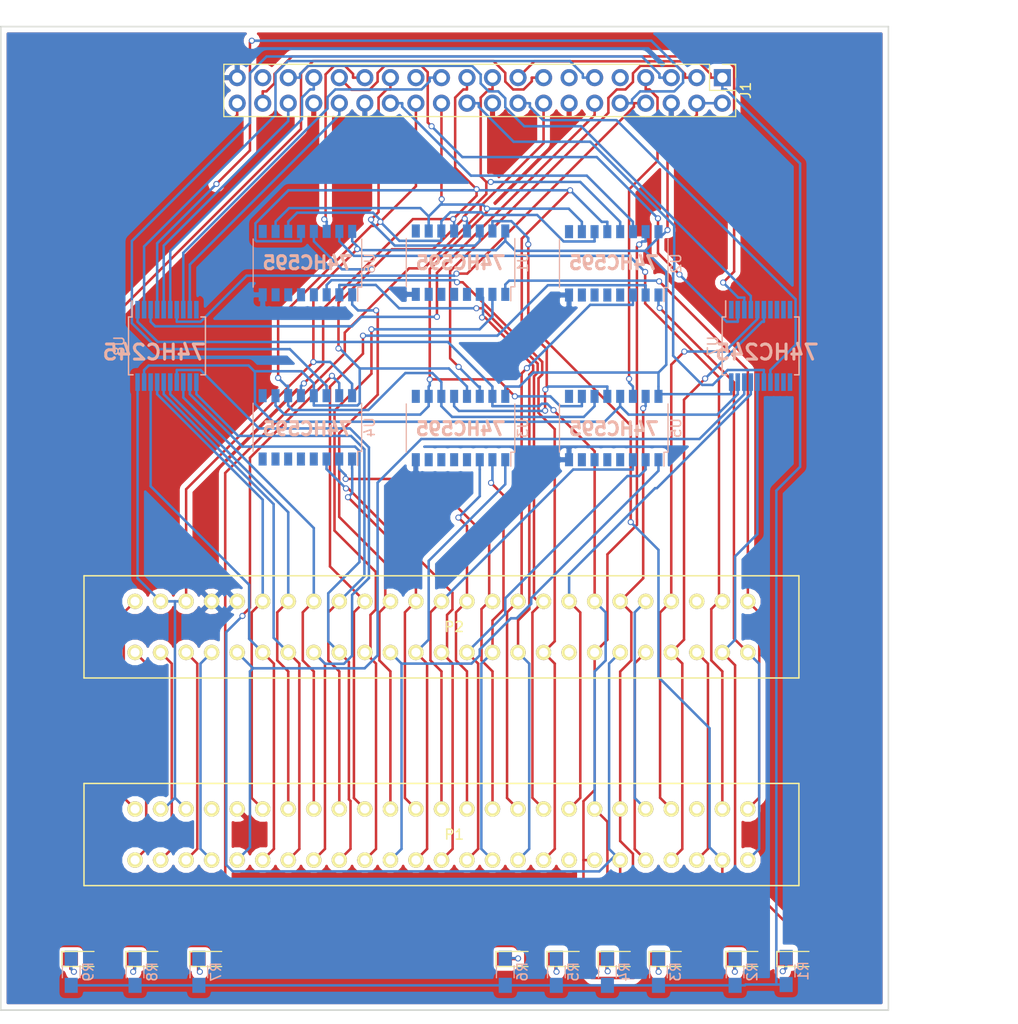
<source format=kicad_pcb>
(kicad_pcb (version 4) (host pcbnew 4.0.4-stable)
  (layers (0 F.Cu signal) (31 B.Cu signal) (34 B.Paste user) (35 F.Paste user) (36 B.SilkS user) (37 F.SilkS user) (38 B.Mask user) (39 F.Mask user) (44 Edge.Cuts user))
  (net 0 "")
  (net 1 "Net-(U1-Pad4)")
  (net 2 "Net-(U1-Pad5)")
  (net 3 "Net-(U1-Pad6)")
  (net 4 "Net-(U1-Pad7)")
  (net 5 GND)
  (net 6 "Net-(U1-Pad9)")
  (net 7 "Net-(U2-Pad4)")
  (net 8 "Net-(U2-Pad5)")
  (net 9 "Net-(U2-Pad6)")
  (net 10 "Net-(U2-Pad7)")
  (net 11 "Net-(U2-Pad9)")
  (net 12 "Net-(U3-Pad4)")
  (net 13 "Net-(U3-Pad5)")
  (net 14 "Net-(U3-Pad6)")
  (net 15 "Net-(U3-Pad7)")
  (net 16 "Net-(U3-Pad9)")
  (net 17 "Net-(U5-Pad4)")
  (net 18 "Net-(U5-Pad5)")
  (net 19 "Net-(U5-Pad6)")
  (net 20 "Net-(U5-Pad7)")
  (net 21 "Net-(U5-Pad9)")
  (net 22 "Net-(U6-Pad4)")
  (net 23 "Net-(U6-Pad5)")
  (net 24 "Net-(U6-Pad6)")
  (net 25 "Net-(U6-Pad7)")
  (net 26 "Net-(U6-Pad9)")
  (net 27 "Net-(U7-Pad7)")
  (net 28 "Net-(U7-Pad9)")
  (net 29 "Net-(U7-Pad11)")
  (net 30 "Net-(U7-Pad12)")
  (net 31 "Net-(U7-Pad13)")
  (net 32 "Net-(U4-Pad4)")
  (net 33 "Net-(U4-Pad5)")
  (net 34 "Net-(U4-Pad6)")
  (net 35 "Net-(U4-Pad7)")
  (net 36 "Net-(U4-Pad9)")
  (net 37 "Net-(J1-Pad13)")
  (net 38 "Net-(J1-Pad37)")
  (net 39 +5V)
  (net 40 /MOSI2)
  (net 41 /MOSI3)
  (net 42 /MOSI4)
  (net 43 /RD3)
  (net 44 /RD4)
  (net 45 /RD6)
  (net 46 /RD7)
  (net 47 /CAPS)
  (net 48 /HAN)
  (net 49 /OE)
  (net 50 /LATCH)
  (net 51 /RD0)
  (net 52 /SRCLR)
  (net 53 /SRCLK)
  (net 54 /MOSI0)
  (net 55 /MOSI1)
  (net 56 /MOSI5)
  (net 57 /RCLK)
  (net 58 /RD1)
  (net 59 /RD2)
  (net 60 /RSLTSL3)
  (net 61 /RD5)
  (net 62 /RRESET)
  (net 63 /PWR)
  (net 64 /CS1)
  (net 65 /CS2)
  (net 66 /CS12)
  (net 67 /SLTSL1)
  (net 68 /RFSH)
  (net 69 /WAIT)
  (net 70 /INT)
  (net 71 /M1)
  (net 72 /BUSDIR)
  (net 73 /IORQ)
  (net 74 /MREQ)
  (net 75 /WR)
  (net 76 /RD)
  (net 77 /RESET)
  (net 78 /A9)
  (net 79 /A15)
  (net 80 /A11)
  (net 81 /A10)
  (net 82 /A7)
  (net 83 /A6)
  (net 84 /A12)
  (net 85 /A8)
  (net 86 /A14)
  (net 87 /A13)
  (net 88 /A1)
  (net 89 /A0)
  (net 90 /A3)
  (net 91 /A2)
  (net 92 /A5)
  (net 93 /A4)
  (net 94 /D1)
  (net 95 /D0)
  (net 96 /D3)
  (net 97 /D2)
  (net 98 /D5)
  (net 99 /D4)
  (net 100 /D7)
  (net 101 /D6)
  (net 102 /CLK)
  (net 103 /SW1)
  (net 104 /SW2)
  (net 105 /+12V)
  (net 106 /SNDIN)
  (net 107 /+V12)
  (net 108 /SLTSL3)
  (net 109 "Net-(U7-Pad8)")
  (net 110 +3V3)
  (net 111 /RINT)
  (net 112 /RWAIT)
  (net 113 "Net-(P1-Pad5)")
  (net 114 "Net-(P1-Pad16)")
  (net 115 "Net-(P2-Pad5)")
  (net 116 "Net-(P2-Pad16)")
  (net 117 "Net-(D1-Pad1)")
  (net 118 "Net-(D2-Pad1)")
  (net 119 "Net-(D3-Pad1)")
  (net 120 "Net-(D4-Pad1)")
  (net 121 "Net-(D5-Pad1)")
  (net 122 "Net-(D6-Pad1)")
  (net 123 "Net-(D7-Pad1)")
  (net 124 "Net-(D8-Pad1)")
  (net 125 "Net-(D9-Pad1)")
  (module Pin_Headers:Pin_Header_Straight_2x20_Pitch2.54mm (layer F.Cu) (at 200.66 55.88 270)
    (fp_text reference J1 (at 1.27 -2.33 270) (layer F.SilkS))
    (fp_text value RPi_GPIO)
    (pad 1 thru_hole rect (at 0 0 270) (size 1.7 1.7) (drill 1) (layers *.Cu *.Mask) (net 110 +3V3))
    (pad 2 thru_hole oval (at 2.54 0 270) (size 1.7 1.7) (drill 1) (layers *.Cu *.Mask) (net 39 +5V))
    (pad 3 thru_hole oval (at 0 2.54 270) (size 1.7 1.7) (drill 1) (layers *.Cu *.Mask) (net 40 /MOSI2))
    (pad 4 thru_hole oval (at 2.54 2.54 270) (size 1.7 1.7) (drill 1) (layers *.Cu *.Mask) (net 39 +5V))
    (pad 5 thru_hole oval (at 0 5.08 270) (size 1.7 1.7) (drill 1) (layers *.Cu *.Mask) (net 41 /MOSI3))
    (pad 6 thru_hole oval (at 2.54 5.08 270) (size 1.7 1.7) (drill 1) (layers *.Cu *.Mask) (net 5 GND))
    (pad 7 thru_hole oval (at 0 7.62 270) (size 1.7 1.7) (drill 1) (layers *.Cu *.Mask) (net 42 /MOSI4))
    (pad 8 thru_hole oval (at 2.54 7.62 270) (size 1.7 1.7) (drill 1) (layers *.Cu *.Mask) (net 43 /RD3))
    (pad 9 thru_hole oval (at 0 10.16 270) (size 1.7 1.7) (drill 1) (layers *.Cu *.Mask) (net 5 GND))
    (pad 10 thru_hole oval (at 2.54 10.16 270) (size 1.7 1.7) (drill 1) (layers *.Cu *.Mask) (net 44 /RD4))
    (pad 11 thru_hole oval (at 0 12.7 270) (size 1.7 1.7) (drill 1) (layers *.Cu *.Mask) (net 45 /RD6))
    (pad 12 thru_hole oval (at 2.54 12.7 270) (size 1.7 1.7) (drill 1) (layers *.Cu *.Mask) (net 46 /RD7))
    (pad 13 thru_hole oval (at 0 15.24 270) (size 1.7 1.7) (drill 1) (layers *.Cu *.Mask) (net 37 "Net-(J1-Pad13)"))
    (pad 14 thru_hole oval (at 2.54 15.24 270) (size 1.7 1.7) (drill 1) (layers *.Cu *.Mask) (net 5 GND))
    (pad 15 thru_hole oval (at 0 17.78 270) (size 1.7 1.7) (drill 1) (layers *.Cu *.Mask) (net 47 /CAPS))
    (pad 16 thru_hole oval (at 2.54 17.78 270) (size 1.7 1.7) (drill 1) (layers *.Cu *.Mask) (net 48 /HAN))
    (pad 17 thru_hole oval (at 0 20.32 270) (size 1.7 1.7) (drill 1) (layers *.Cu *.Mask) (net 110 +3V3))
    (pad 18 thru_hole oval (at 2.54 20.32 270) (size 1.7 1.7) (drill 1) (layers *.Cu *.Mask) (net 111 /RINT))
    (pad 19 thru_hole oval (at 0 22.86 270) (size 1.7 1.7) (drill 1) (layers *.Cu *.Mask) (net 49 /OE))
    (pad 20 thru_hole oval (at 2.54 22.86 270) (size 1.7 1.7) (drill 1) (layers *.Cu *.Mask) (net 5 GND))
    (pad 21 thru_hole oval (at 0 25.4 270) (size 1.7 1.7) (drill 1) (layers *.Cu *.Mask) (net 50 /LATCH))
    (pad 22 thru_hole oval (at 2.54 25.4 270) (size 1.7 1.7) (drill 1) (layers *.Cu *.Mask) (net 112 /RWAIT))
    (pad 23 thru_hole oval (at 0 27.94 270) (size 1.7 1.7) (drill 1) (layers *.Cu *.Mask) (net 51 /RD0))
    (pad 24 thru_hole oval (at 2.54 27.94 270) (size 1.7 1.7) (drill 1) (layers *.Cu *.Mask) (net 52 /SRCLR))
    (pad 25 thru_hole oval (at 0 30.48 270) (size 1.7 1.7) (drill 1) (layers *.Cu *.Mask) (net 5 GND))
    (pad 26 thru_hole oval (at 2.54 30.48 270) (size 1.7 1.7) (drill 1) (layers *.Cu *.Mask) (net 53 /SRCLK))
    (pad 27 thru_hole oval (at 0 33.02 270) (size 1.7 1.7) (drill 1) (layers *.Cu *.Mask) (net 54 /MOSI0))
    (pad 28 thru_hole oval (at 2.54 33.02 270) (size 1.7 1.7) (drill 1) (layers *.Cu *.Mask) (net 55 /MOSI1))
    (pad 29 thru_hole oval (at 0 35.56 270) (size 1.7 1.7) (drill 1) (layers *.Cu *.Mask) (net 56 /MOSI5))
    (pad 30 thru_hole oval (at 2.54 35.56 270) (size 1.7 1.7) (drill 1) (layers *.Cu *.Mask) (net 5 GND))
    (pad 31 thru_hole oval (at 0 38.1 270) (size 1.7 1.7) (drill 1) (layers *.Cu *.Mask) (net 57 /RCLK))
    (pad 32 thru_hole oval (at 2.54 38.1 270) (size 1.7 1.7) (drill 1) (layers *.Cu *.Mask) (net 58 /RD1))
    (pad 33 thru_hole oval (at 0 40.64 270) (size 1.7 1.7) (drill 1) (layers *.Cu *.Mask) (net 59 /RD2))
    (pad 34 thru_hole oval (at 2.54 40.64 270) (size 1.7 1.7) (drill 1) (layers *.Cu *.Mask) (net 5 GND))
    (pad 35 thru_hole oval (at 0 43.18 270) (size 1.7 1.7) (drill 1) (layers *.Cu *.Mask) (net 60 /RSLTSL3))
    (pad 36 thru_hole oval (at 2.54 43.18 270) (size 1.7 1.7) (drill 1) (layers *.Cu *.Mask) (net 61 /RD5))
    (pad 37 thru_hole oval (at 0 45.72 270) (size 1.7 1.7) (drill 1) (layers *.Cu *.Mask) (net 38 "Net-(J1-Pad37)"))
    (pad 38 thru_hole oval (at 2.54 45.72 270) (size 1.7 1.7) (drill 1) (layers *.Cu *.Mask) (net 62 /RRESET))
    (pad 39 thru_hole oval (at 0 48.26 270) (size 1.7 1.7) (drill 1) (layers *.Cu *.Mask) (net 5 GND))
    (pad 40 thru_hole oval (at 2.54 48.26 270) (size 1.7 1.7) (drill 1) (layers *.Cu *.Mask) (net 63 /PWR))
  )
  (module Housings_SSOP:SOP-16_4.4x10.4mm_Pitch1.27mm (layer B.Cu) (at 174.62 74.2772 90)
    (fp_text reference U1 (at 0 6.2 90) (layer B.SilkS) (effects (justify mirror)))
    (fp_text value 74LS595)
    (pad 1 smd rect (at -3.15 4.45 90) (size 1.3 0.8) (layers B.Cu B.Paste B.Mask) (net 64 /CS1))
    (pad 2 smd rect (at -3.15 3.17 90) (size 1.3 0.8) (layers B.Cu B.Paste B.Mask) (net 93 /A4))
    (pad 3 smd rect (at -3.15 1.91 90) (size 1.3 0.8) (layers B.Cu B.Paste B.Mask) (net 81 /A10))
    (pad 4 smd rect (at -3.15 0.64 90) (size 1.3 0.8) (layers B.Cu B.Paste B.Mask) (net 1 "Net-(U1-Pad4)"))
    (pad 5 smd rect (at -3.15 -0.64 90) (size 1.3 0.8) (layers B.Cu B.Paste B.Mask) (net 2 "Net-(U1-Pad5)"))
    (pad 6 smd rect (at -3.15 -1.91 90) (size 1.3 0.8) (layers B.Cu B.Paste B.Mask) (net 3 "Net-(U1-Pad6)"))
    (pad 7 smd rect (at -3.15 -3.17 90) (size 1.3 0.8) (layers B.Cu B.Paste B.Mask) (net 4 "Net-(U1-Pad7)"))
    (pad 8 smd rect (at -3.15 -4.45 90) (size 1.3 0.8) (layers B.Cu B.Paste B.Mask) (net 5 GND))
    (pad 9 smd rect (at 3.15 -4.45 90) (size 1.3 0.8) (layers B.Cu B.Paste B.Mask) (net 6 "Net-(U1-Pad9)"))
    (pad 10 smd rect (at 3.15 -3.17 90) (size 1.3 0.8) (layers B.Cu B.Paste B.Mask) (net 52 /SRCLR))
    (pad 11 smd rect (at 3.15 -1.91 90) (size 1.3 0.8) (layers B.Cu B.Paste B.Mask) (net 53 /SRCLK))
    (pad 12 smd rect (at 3.15 -0.64 90) (size 1.3 0.8) (layers B.Cu B.Paste B.Mask) (net 50 /LATCH))
    (pad 13 smd rect (at 3.15 0.64 90) (size 1.3 0.8) (layers B.Cu B.Paste B.Mask) (net 49 /OE))
    (pad 14 smd rect (at 3.15 1.91 90) (size 1.3 0.8) (layers B.Cu B.Paste B.Mask) (net 54 /MOSI0))
    (pad 15 smd rect (at 3.15 3.17 90) (size 1.3 0.8) (layers B.Cu B.Paste B.Mask) (net 67 /SLTSL1))
    (pad 16 smd rect (at 3.15 4.45 90) (size 1.3 0.8) (layers B.Cu B.Paste B.Mask) (net 39 +5V))
  )
  (module Housings_SSOP:SOP-16_4.4x10.4mm_Pitch1.27mm (layer B.Cu) (at 189.86 74.3433 90)
    (fp_text reference U2 (at 0 6.2 90) (layer B.SilkS) (effects (justify mirror)))
    (fp_text value 74LS595)
    (pad 1 smd rect (at -3.15 4.45 90) (size 1.3 0.8) (layers B.Cu B.Paste B.Mask) (net 65 /CS2))
    (pad 2 smd rect (at -3.15 3.17 90) (size 1.3 0.8) (layers B.Cu B.Paste B.Mask) (net 92 /A5))
    (pad 3 smd rect (at -3.15 1.91 90) (size 1.3 0.8) (layers B.Cu B.Paste B.Mask) (net 80 /A11))
    (pad 4 smd rect (at -3.15 0.64 90) (size 1.3 0.8) (layers B.Cu B.Paste B.Mask) (net 7 "Net-(U2-Pad4)"))
    (pad 5 smd rect (at -3.15 -0.64 90) (size 1.3 0.8) (layers B.Cu B.Paste B.Mask) (net 8 "Net-(U2-Pad5)"))
    (pad 6 smd rect (at -3.15 -1.91 90) (size 1.3 0.8) (layers B.Cu B.Paste B.Mask) (net 9 "Net-(U2-Pad6)"))
    (pad 7 smd rect (at -3.15 -3.17 90) (size 1.3 0.8) (layers B.Cu B.Paste B.Mask) (net 10 "Net-(U2-Pad7)"))
    (pad 8 smd rect (at -3.15 -4.45 90) (size 1.3 0.8) (layers B.Cu B.Paste B.Mask) (net 5 GND))
    (pad 9 smd rect (at 3.15 -4.45 90) (size 1.3 0.8) (layers B.Cu B.Paste B.Mask) (net 11 "Net-(U2-Pad9)"))
    (pad 10 smd rect (at 3.15 -3.17 90) (size 1.3 0.8) (layers B.Cu B.Paste B.Mask) (net 52 /SRCLR))
    (pad 11 smd rect (at 3.15 -1.91 90) (size 1.3 0.8) (layers B.Cu B.Paste B.Mask) (net 53 /SRCLK))
    (pad 12 smd rect (at 3.15 -0.64 90) (size 1.3 0.8) (layers B.Cu B.Paste B.Mask) (net 50 /LATCH))
    (pad 13 smd rect (at 3.15 0.64 90) (size 1.3 0.8) (layers B.Cu B.Paste B.Mask) (net 49 /OE))
    (pad 14 smd rect (at 3.15 1.91 90) (size 1.3 0.8) (layers B.Cu B.Paste B.Mask) (net 55 /MOSI1))
    (pad 15 smd rect (at 3.15 3.17 90) (size 1.3 0.8) (layers B.Cu B.Paste B.Mask) (net 76 /RD))
    (pad 16 smd rect (at 3.15 4.45 90) (size 1.3 0.8) (layers B.Cu B.Paste B.Mask) (net 39 +5V))
  )
  (module Housings_SSOP:SOP-16_4.4x10.4mm_Pitch1.27mm (layer B.Cu) (at 174.62 90.7186 90)
    (fp_text reference U3 (at 0 6.2 90) (layer B.SilkS) (effects (justify mirror)))
    (fp_text value 74LS595)
    (pad 1 smd rect (at -3.15 4.45 90) (size 1.3 0.8) (layers B.Cu B.Paste B.Mask) (net 89 /A0))
    (pad 2 smd rect (at -3.15 3.17 90) (size 1.3 0.8) (layers B.Cu B.Paste B.Mask) (net 83 /A6))
    (pad 3 smd rect (at -3.15 1.91 90) (size 1.3 0.8) (layers B.Cu B.Paste B.Mask) (net 84 /A12))
    (pad 4 smd rect (at -3.15 0.64 90) (size 1.3 0.8) (layers B.Cu B.Paste B.Mask) (net 12 "Net-(U3-Pad4)"))
    (pad 5 smd rect (at -3.15 -0.64 90) (size 1.3 0.8) (layers B.Cu B.Paste B.Mask) (net 13 "Net-(U3-Pad5)"))
    (pad 6 smd rect (at -3.15 -1.91 90) (size 1.3 0.8) (layers B.Cu B.Paste B.Mask) (net 14 "Net-(U3-Pad6)"))
    (pad 7 smd rect (at -3.15 -3.17 90) (size 1.3 0.8) (layers B.Cu B.Paste B.Mask) (net 15 "Net-(U3-Pad7)"))
    (pad 8 smd rect (at -3.15 -4.45 90) (size 1.3 0.8) (layers B.Cu B.Paste B.Mask) (net 5 GND))
    (pad 9 smd rect (at 3.15 -4.45 90) (size 1.3 0.8) (layers B.Cu B.Paste B.Mask) (net 16 "Net-(U3-Pad9)"))
    (pad 10 smd rect (at 3.15 -3.17 90) (size 1.3 0.8) (layers B.Cu B.Paste B.Mask) (net 52 /SRCLR))
    (pad 11 smd rect (at 3.15 -1.91 90) (size 1.3 0.8) (layers B.Cu B.Paste B.Mask) (net 53 /SRCLK))
    (pad 12 smd rect (at 3.15 -0.64 90) (size 1.3 0.8) (layers B.Cu B.Paste B.Mask) (net 50 /LATCH))
    (pad 13 smd rect (at 3.15 0.64 90) (size 1.3 0.8) (layers B.Cu B.Paste B.Mask) (net 49 /OE))
    (pad 14 smd rect (at 3.15 1.91 90) (size 1.3 0.8) (layers B.Cu B.Paste B.Mask) (net 40 /MOSI2))
    (pad 15 smd rect (at 3.15 3.17 90) (size 1.3 0.8) (layers B.Cu B.Paste B.Mask) (net 75 /WR))
    (pad 16 smd rect (at 3.15 4.45 90) (size 1.3 0.8) (layers B.Cu B.Paste B.Mask) (net 39 +5V))
  )
  (module Housings_SSOP:SOP-16_4.4x10.4mm_Pitch1.27mm (layer B.Cu) (at 159.38 90.6501 90)
    (fp_text reference U4 (at 0 6.2 90) (layer B.SilkS) (effects (justify mirror)))
    (fp_text value 74LS595)
    (pad 1 smd rect (at -3.15 4.45 90) (size 1.3 0.8) (layers B.Cu B.Paste B.Mask) (net 88 /A1))
    (pad 2 smd rect (at -3.15 3.17 90) (size 1.3 0.8) (layers B.Cu B.Paste B.Mask) (net 82 /A7))
    (pad 3 smd rect (at -3.15 1.91 90) (size 1.3 0.8) (layers B.Cu B.Paste B.Mask) (net 87 /A13))
    (pad 4 smd rect (at -3.15 0.64 90) (size 1.3 0.8) (layers B.Cu B.Paste B.Mask) (net 32 "Net-(U4-Pad4)"))
    (pad 5 smd rect (at -3.15 -0.64 90) (size 1.3 0.8) (layers B.Cu B.Paste B.Mask) (net 33 "Net-(U4-Pad5)"))
    (pad 6 smd rect (at -3.15 -1.91 90) (size 1.3 0.8) (layers B.Cu B.Paste B.Mask) (net 34 "Net-(U4-Pad6)"))
    (pad 7 smd rect (at -3.15 -3.17 90) (size 1.3 0.8) (layers B.Cu B.Paste B.Mask) (net 35 "Net-(U4-Pad7)"))
    (pad 8 smd rect (at -3.15 -4.45 90) (size 1.3 0.8) (layers B.Cu B.Paste B.Mask) (net 5 GND))
    (pad 9 smd rect (at 3.15 -4.45 90) (size 1.3 0.8) (layers B.Cu B.Paste B.Mask) (net 36 "Net-(U4-Pad9)"))
    (pad 10 smd rect (at 3.15 -3.17 90) (size 1.3 0.8) (layers B.Cu B.Paste B.Mask) (net 52 /SRCLR))
    (pad 11 smd rect (at 3.15 -1.91 90) (size 1.3 0.8) (layers B.Cu B.Paste B.Mask) (net 53 /SRCLK))
    (pad 12 smd rect (at 3.15 -0.64 90) (size 1.3 0.8) (layers B.Cu B.Paste B.Mask) (net 50 /LATCH))
    (pad 13 smd rect (at 3.15 0.64 90) (size 1.3 0.8) (layers B.Cu B.Paste B.Mask) (net 49 /OE))
    (pad 14 smd rect (at 3.15 1.91 90) (size 1.3 0.8) (layers B.Cu B.Paste B.Mask) (net 41 /MOSI3))
    (pad 15 smd rect (at 3.15 3.17 90) (size 1.3 0.8) (layers B.Cu B.Paste B.Mask) (net 74 /MREQ))
    (pad 16 smd rect (at 3.15 4.45 90) (size 1.3 0.8) (layers B.Cu B.Paste B.Mask) (net 39 +5V))
  )
  (module Housings_SSOP:SOP-16_4.4x10.4mm_Pitch1.27mm (layer B.Cu) (at 189.86 90.7186 90)
    (fp_text reference U5 (at 0 6.2 90) (layer B.SilkS) (effects (justify mirror)))
    (fp_text value 74LS595)
    (pad 1 smd rect (at -3.15 4.45 90) (size 1.3 0.8) (layers B.Cu B.Paste B.Mask) (net 91 /A2))
    (pad 2 smd rect (at -3.15 3.17 90) (size 1.3 0.8) (layers B.Cu B.Paste B.Mask) (net 85 /A8))
    (pad 3 smd rect (at -3.15 1.91 90) (size 1.3 0.8) (layers B.Cu B.Paste B.Mask) (net 86 /A14))
    (pad 4 smd rect (at -3.15 0.64 90) (size 1.3 0.8) (layers B.Cu B.Paste B.Mask) (net 17 "Net-(U5-Pad4)"))
    (pad 5 smd rect (at -3.15 -0.64 90) (size 1.3 0.8) (layers B.Cu B.Paste B.Mask) (net 18 "Net-(U5-Pad5)"))
    (pad 6 smd rect (at -3.15 -1.91 90) (size 1.3 0.8) (layers B.Cu B.Paste B.Mask) (net 19 "Net-(U5-Pad6)"))
    (pad 7 smd rect (at -3.15 -3.17 90) (size 1.3 0.8) (layers B.Cu B.Paste B.Mask) (net 20 "Net-(U5-Pad7)"))
    (pad 8 smd rect (at -3.15 -4.45 90) (size 1.3 0.8) (layers B.Cu B.Paste B.Mask) (net 5 GND))
    (pad 9 smd rect (at 3.15 -4.45 90) (size 1.3 0.8) (layers B.Cu B.Paste B.Mask) (net 21 "Net-(U5-Pad9)"))
    (pad 10 smd rect (at 3.15 -3.17 90) (size 1.3 0.8) (layers B.Cu B.Paste B.Mask) (net 52 /SRCLR))
    (pad 11 smd rect (at 3.15 -1.91 90) (size 1.3 0.8) (layers B.Cu B.Paste B.Mask) (net 53 /SRCLK))
    (pad 12 smd rect (at 3.15 -0.64 90) (size 1.3 0.8) (layers B.Cu B.Paste B.Mask) (net 50 /LATCH))
    (pad 13 smd rect (at 3.15 0.64 90) (size 1.3 0.8) (layers B.Cu B.Paste B.Mask) (net 49 /OE))
    (pad 14 smd rect (at 3.15 1.91 90) (size 1.3 0.8) (layers B.Cu B.Paste B.Mask) (net 42 /MOSI4))
    (pad 15 smd rect (at 3.15 3.17 90) (size 1.3 0.8) (layers B.Cu B.Paste B.Mask) (net 73 /IORQ))
    (pad 16 smd rect (at 3.15 4.45 90) (size 1.3 0.8) (layers B.Cu B.Paste B.Mask) (net 39 +5V))
  )
  (module Housings_SSOP:SOP-16_4.4x10.4mm_Pitch1.27mm (layer B.Cu) (at 159.39 74.32 90)
    (fp_text reference U6 (at 0 6.2 90) (layer B.SilkS) (effects (justify mirror)))
    (fp_text value 74LS595)
    (pad 1 smd rect (at -3.15 4.45 90) (size 1.3 0.8) (layers B.Cu B.Paste B.Mask) (net 90 /A3))
    (pad 2 smd rect (at -3.15 3.17 90) (size 1.3 0.8) (layers B.Cu B.Paste B.Mask) (net 78 /A9))
    (pad 3 smd rect (at -3.15 1.91 90) (size 1.3 0.8) (layers B.Cu B.Paste B.Mask) (net 79 /A15))
    (pad 4 smd rect (at -3.15 0.64 90) (size 1.3 0.8) (layers B.Cu B.Paste B.Mask) (net 22 "Net-(U6-Pad4)"))
    (pad 5 smd rect (at -3.15 -0.64 90) (size 1.3 0.8) (layers B.Cu B.Paste B.Mask) (net 23 "Net-(U6-Pad5)"))
    (pad 6 smd rect (at -3.15 -1.91 90) (size 1.3 0.8) (layers B.Cu B.Paste B.Mask) (net 24 "Net-(U6-Pad6)"))
    (pad 7 smd rect (at -3.15 -3.17 90) (size 1.3 0.8) (layers B.Cu B.Paste B.Mask) (net 25 "Net-(U6-Pad7)"))
    (pad 8 smd rect (at -3.15 -4.45 90) (size 1.3 0.8) (layers B.Cu B.Paste B.Mask) (net 5 GND))
    (pad 9 smd rect (at 3.15 -4.45 90) (size 1.3 0.8) (layers B.Cu B.Paste B.Mask) (net 26 "Net-(U6-Pad9)"))
    (pad 10 smd rect (at 3.15 -3.17 90) (size 1.3 0.8) (layers B.Cu B.Paste B.Mask) (net 52 /SRCLR))
    (pad 11 smd rect (at 3.15 -1.91 90) (size 1.3 0.8) (layers B.Cu B.Paste B.Mask) (net 53 /SRCLK))
    (pad 12 smd rect (at 3.15 -0.64 90) (size 1.3 0.8) (layers B.Cu B.Paste B.Mask) (net 50 /LATCH))
    (pad 13 smd rect (at 3.15 0.64 90) (size 1.3 0.8) (layers B.Cu B.Paste B.Mask) (net 49 /OE))
    (pad 14 smd rect (at 3.15 1.91 90) (size 1.3 0.8) (layers B.Cu B.Paste B.Mask) (net 56 /MOSI5))
    (pad 15 smd rect (at 3.15 3.17 90) (size 1.3 0.8) (layers B.Cu B.Paste B.Mask) (net 66 /CS12))
    (pad 16 smd rect (at 3.15 4.45 90) (size 1.3 0.8) (layers B.Cu B.Paste B.Mask) (net 39 +5V))
  )
  (module MSX:MSX_SLOT (layer F.Cu) (at 173.99 131.135)
    (fp_text reference P1 (at 0 0) (layer F.SilkS))
    (fp_text value CONN_02X25)
    (pad 1 thru_hole circle (at 29.21 -2.54) (size 1.524 1.524) (drill 0.9) (layers *.Cu *.Mask F.SilkS) (net 64 /CS1))
    (pad 2 thru_hole circle (at 29.21 2.54) (size 1.524 1.524) (drill 0.9) (layers *.Cu *.Mask F.SilkS) (net 65 /CS2))
    (pad 3 thru_hole circle (at 26.67 -2.54) (size 1.524 1.524) (drill 0.9) (layers *.Cu *.Mask F.SilkS) (net 66 /CS12))
    (pad 4 thru_hole circle (at 26.67 2.54) (size 1.524 1.524) (drill 0.9) (layers *.Cu *.Mask F.SilkS) (net 67 /SLTSL1))
    (pad 5 thru_hole circle (at 24.13 -2.54) (size 1.524 1.524) (drill 0.9) (layers *.Cu *.Mask F.SilkS) (net 113 "Net-(P1-Pad5)"))
    (pad 6 thru_hole circle (at 24.13 2.54) (size 1.524 1.524) (drill 0.9) (layers *.Cu *.Mask F.SilkS) (net 68 /RFSH))
    (pad 7 thru_hole circle (at 21.59 -2.54) (size 1.524 1.524) (drill 0.9) (layers *.Cu *.Mask F.SilkS) (net 69 /WAIT))
    (pad 8 thru_hole circle (at 21.59 2.54) (size 1.524 1.524) (drill 0.9) (layers *.Cu *.Mask F.SilkS) (net 70 /INT))
    (pad 9 thru_hole circle (at 19.05 -2.54) (size 1.524 1.524) (drill 0.9) (layers *.Cu *.Mask F.SilkS) (net 71 /M1))
    (pad 10 thru_hole circle (at 19.05 2.54) (size 1.524 1.524) (drill 0.9) (layers *.Cu *.Mask F.SilkS) (net 72 /BUSDIR))
    (pad 11 thru_hole circle (at 16.51 -2.54) (size 1.524 1.524) (drill 0.9) (layers *.Cu *.Mask F.SilkS) (net 73 /IORQ))
    (pad 12 thru_hole circle (at 16.51 2.54) (size 1.524 1.524) (drill 0.9) (layers *.Cu *.Mask F.SilkS) (net 74 /MREQ))
    (pad 13 thru_hole circle (at 13.97 -2.54) (size 1.524 1.524) (drill 0.9) (layers *.Cu *.Mask F.SilkS) (net 75 /WR))
    (pad 14 thru_hole circle (at 13.97 2.54) (size 1.524 1.524) (drill 0.9) (layers *.Cu *.Mask F.SilkS) (net 76 /RD))
    (pad 15 thru_hole circle (at 11.43 -2.54) (size 1.524 1.524) (drill 0.9) (layers *.Cu *.Mask F.SilkS) (net 77 /RESET))
    (pad 16 thru_hole circle (at 11.43 2.54) (size 1.524 1.524) (drill 0.9) (layers *.Cu *.Mask F.SilkS) (net 114 "Net-(P1-Pad16)"))
    (pad 17 thru_hole circle (at 8.89 -2.54) (size 1.524 1.524) (drill 0.9) (layers *.Cu *.Mask F.SilkS) (net 78 /A9))
    (pad 18 thru_hole circle (at 8.89 2.54) (size 1.524 1.524) (drill 0.9) (layers *.Cu *.Mask F.SilkS) (net 79 /A15))
    (pad 19 thru_hole circle (at 6.35 -2.54) (size 1.524 1.524) (drill 0.9) (layers *.Cu *.Mask F.SilkS) (net 80 /A11))
    (pad 20 thru_hole circle (at 6.35 2.54) (size 1.524 1.524) (drill 0.9) (layers *.Cu *.Mask F.SilkS) (net 81 /A10))
    (pad 21 thru_hole circle (at 3.81 -2.54) (size 1.524 1.524) (drill 0.9) (layers *.Cu *.Mask F.SilkS) (net 82 /A7))
    (pad 22 thru_hole circle (at 3.81 2.54) (size 1.524 1.524) (drill 0.9) (layers *.Cu *.Mask F.SilkS) (net 83 /A6))
    (pad 23 thru_hole circle (at 1.27 -2.54) (size 1.524 1.524) (drill 0.9) (layers *.Cu *.Mask F.SilkS) (net 84 /A12))
    (pad 24 thru_hole circle (at 1.27 2.54) (size 1.524 1.524) (drill 0.9) (layers *.Cu *.Mask F.SilkS) (net 85 /A8))
    (pad 25 thru_hole circle (at -1.27 -2.54) (size 1.524 1.524) (drill 0.9) (layers *.Cu *.Mask F.SilkS) (net 86 /A14))
    (pad 26 thru_hole circle (at -1.27 2.54) (size 1.524 1.524) (drill 0.9) (layers *.Cu *.Mask F.SilkS) (net 87 /A13))
    (pad 27 thru_hole circle (at -3.81 -2.54) (size 1.524 1.524) (drill 0.9) (layers *.Cu *.Mask F.SilkS) (net 88 /A1))
    (pad 28 thru_hole circle (at -3.81 2.54) (size 1.524 1.524) (drill 0.9) (layers *.Cu *.Mask F.SilkS) (net 89 /A0))
    (pad 29 thru_hole circle (at -6.35 -2.54) (size 1.524 1.524) (drill 0.9) (layers *.Cu *.Mask F.SilkS) (net 90 /A3))
    (pad 30 thru_hole circle (at -6.35 2.54) (size 1.524 1.524) (drill 0.9) (layers *.Cu *.Mask F.SilkS) (net 91 /A2))
    (pad 31 thru_hole circle (at -8.89 -2.54) (size 1.524 1.524) (drill 0.9) (layers *.Cu *.Mask F.SilkS) (net 92 /A5))
    (pad 32 thru_hole circle (at -8.89 2.54) (size 1.524 1.524) (drill 0.9) (layers *.Cu *.Mask F.SilkS) (net 93 /A4))
    (pad 33 thru_hole circle (at -11.43 -2.54) (size 1.524 1.524) (drill 0.9) (layers *.Cu *.Mask F.SilkS) (net 94 /D1))
    (pad 34 thru_hole circle (at -11.43 2.54) (size 1.524 1.524) (drill 0.9) (layers *.Cu *.Mask F.SilkS) (net 95 /D0))
    (pad 35 thru_hole circle (at -13.97 -2.54) (size 1.524 1.524) (drill 0.9) (layers *.Cu *.Mask F.SilkS) (net 96 /D3))
    (pad 36 thru_hole circle (at -13.97 2.54) (size 1.524 1.524) (drill 0.9) (layers *.Cu *.Mask F.SilkS) (net 97 /D2))
    (pad 37 thru_hole circle (at -16.51 -2.54) (size 1.524 1.524) (drill 0.9) (layers *.Cu *.Mask F.SilkS) (net 98 /D5))
    (pad 38 thru_hole circle (at -16.51 2.54) (size 1.524 1.524) (drill 0.9) (layers *.Cu *.Mask F.SilkS) (net 99 /D4))
    (pad 39 thru_hole circle (at -19.05 -2.54) (size 1.524 1.524) (drill 0.9) (layers *.Cu *.Mask F.SilkS) (net 100 /D7))
    (pad 40 thru_hole circle (at -19.05 2.54) (size 1.524 1.524) (drill 0.9) (layers *.Cu *.Mask F.SilkS) (net 101 /D6))
    (pad 41 thru_hole circle (at -21.59 -2.54) (size 1.524 1.524) (drill 0.9) (layers *.Cu *.Mask F.SilkS) (net 5 GND))
    (pad 42 thru_hole circle (at -21.59 2.54) (size 1.524 1.524) (drill 0.9) (layers *.Cu *.Mask F.SilkS) (net 102 /CLK))
    (pad 43 thru_hole circle (at -24.13 -2.54) (size 1.524 1.524) (drill 0.9) (layers *.Cu *.Mask F.SilkS) (net 5 GND))
    (pad 44 thru_hole circle (at -24.13 2.54) (size 1.524 1.524) (drill 0.9) (layers *.Cu *.Mask F.SilkS) (net 103 /SW1))
    (pad 45 thru_hole circle (at -26.67 -2.54) (size 1.524 1.524) (drill 0.9) (layers *.Cu *.Mask F.SilkS) (net 39 +5V))
    (pad 46 thru_hole circle (at -26.67 2.54) (size 1.524 1.524) (drill 0.9) (layers *.Cu *.Mask F.SilkS) (net 104 /SW2))
    (pad 47 thru_hole circle (at -29.21 -2.54) (size 1.524 1.524) (drill 0.9) (layers *.Cu *.Mask F.SilkS) (net 39 +5V))
    (pad 48 thru_hole circle (at -29.21 2.54) (size 1.524 1.524) (drill 0.9) (layers *.Cu *.Mask F.SilkS) (net 105 /+12V))
    (pad 49 thru_hole circle (at -31.75 -2.54) (size 1.524 1.524) (drill 0.9) (layers *.Cu *.Mask F.SilkS) (net 106 /SNDIN))
    (pad 50 thru_hole circle (at -31.75 2.54) (size 1.524 1.524) (drill 0.9) (layers *.Cu *.Mask F.SilkS) (net 107 /+V12))
  )
  (module MSX:MSX_SLOT (layer F.Cu) (at 173.99 110.49)
    (fp_text reference P2 (at 0 0) (layer F.SilkS))
    (fp_text value CONN_02X25)
    (pad 1 thru_hole circle (at 29.21 -2.54) (size 1.524 1.524) (drill 0.9) (layers *.Cu *.Mask F.SilkS) (net 64 /CS1))
    (pad 2 thru_hole circle (at 29.21 2.54) (size 1.524 1.524) (drill 0.9) (layers *.Cu *.Mask F.SilkS) (net 65 /CS2))
    (pad 3 thru_hole circle (at 26.67 -2.54) (size 1.524 1.524) (drill 0.9) (layers *.Cu *.Mask F.SilkS) (net 66 /CS12))
    (pad 4 thru_hole circle (at 26.67 2.54) (size 1.524 1.524) (drill 0.9) (layers *.Cu *.Mask F.SilkS) (net 108 /SLTSL3))
    (pad 5 thru_hole circle (at 24.13 -2.54) (size 1.524 1.524) (drill 0.9) (layers *.Cu *.Mask F.SilkS) (net 115 "Net-(P2-Pad5)"))
    (pad 6 thru_hole circle (at 24.13 2.54) (size 1.524 1.524) (drill 0.9) (layers *.Cu *.Mask F.SilkS) (net 68 /RFSH))
    (pad 7 thru_hole circle (at 21.59 -2.54) (size 1.524 1.524) (drill 0.9) (layers *.Cu *.Mask F.SilkS) (net 69 /WAIT))
    (pad 8 thru_hole circle (at 21.59 2.54) (size 1.524 1.524) (drill 0.9) (layers *.Cu *.Mask F.SilkS) (net 70 /INT))
    (pad 9 thru_hole circle (at 19.05 -2.54) (size 1.524 1.524) (drill 0.9) (layers *.Cu *.Mask F.SilkS) (net 71 /M1))
    (pad 10 thru_hole circle (at 19.05 2.54) (size 1.524 1.524) (drill 0.9) (layers *.Cu *.Mask F.SilkS) (net 72 /BUSDIR))
    (pad 11 thru_hole circle (at 16.51 -2.54) (size 1.524 1.524) (drill 0.9) (layers *.Cu *.Mask F.SilkS) (net 73 /IORQ))
    (pad 12 thru_hole circle (at 16.51 2.54) (size 1.524 1.524) (drill 0.9) (layers *.Cu *.Mask F.SilkS) (net 74 /MREQ))
    (pad 13 thru_hole circle (at 13.97 -2.54) (size 1.524 1.524) (drill 0.9) (layers *.Cu *.Mask F.SilkS) (net 75 /WR))
    (pad 14 thru_hole circle (at 13.97 2.54) (size 1.524 1.524) (drill 0.9) (layers *.Cu *.Mask F.SilkS) (net 76 /RD))
    (pad 15 thru_hole circle (at 11.43 -2.54) (size 1.524 1.524) (drill 0.9) (layers *.Cu *.Mask F.SilkS) (net 77 /RESET))
    (pad 16 thru_hole circle (at 11.43 2.54) (size 1.524 1.524) (drill 0.9) (layers *.Cu *.Mask F.SilkS) (net 116 "Net-(P2-Pad16)"))
    (pad 17 thru_hole circle (at 8.89 -2.54) (size 1.524 1.524) (drill 0.9) (layers *.Cu *.Mask F.SilkS) (net 78 /A9))
    (pad 18 thru_hole circle (at 8.89 2.54) (size 1.524 1.524) (drill 0.9) (layers *.Cu *.Mask F.SilkS) (net 79 /A15))
    (pad 19 thru_hole circle (at 6.35 -2.54) (size 1.524 1.524) (drill 0.9) (layers *.Cu *.Mask F.SilkS) (net 80 /A11))
    (pad 20 thru_hole circle (at 6.35 2.54) (size 1.524 1.524) (drill 0.9) (layers *.Cu *.Mask F.SilkS) (net 81 /A10))
    (pad 21 thru_hole circle (at 3.81 -2.54) (size 1.524 1.524) (drill 0.9) (layers *.Cu *.Mask F.SilkS) (net 82 /A7))
    (pad 22 thru_hole circle (at 3.81 2.54) (size 1.524 1.524) (drill 0.9) (layers *.Cu *.Mask F.SilkS) (net 83 /A6))
    (pad 23 thru_hole circle (at 1.27 -2.54) (size 1.524 1.524) (drill 0.9) (layers *.Cu *.Mask F.SilkS) (net 84 /A12))
    (pad 24 thru_hole circle (at 1.27 2.54) (size 1.524 1.524) (drill 0.9) (layers *.Cu *.Mask F.SilkS) (net 85 /A8))
    (pad 25 thru_hole circle (at -1.27 -2.54) (size 1.524 1.524) (drill 0.9) (layers *.Cu *.Mask F.SilkS) (net 86 /A14))
    (pad 26 thru_hole circle (at -1.27 2.54) (size 1.524 1.524) (drill 0.9) (layers *.Cu *.Mask F.SilkS) (net 87 /A13))
    (pad 27 thru_hole circle (at -3.81 -2.54) (size 1.524 1.524) (drill 0.9) (layers *.Cu *.Mask F.SilkS) (net 88 /A1))
    (pad 28 thru_hole circle (at -3.81 2.54) (size 1.524 1.524) (drill 0.9) (layers *.Cu *.Mask F.SilkS) (net 89 /A0))
    (pad 29 thru_hole circle (at -6.35 -2.54) (size 1.524 1.524) (drill 0.9) (layers *.Cu *.Mask F.SilkS) (net 90 /A3))
    (pad 30 thru_hole circle (at -6.35 2.54) (size 1.524 1.524) (drill 0.9) (layers *.Cu *.Mask F.SilkS) (net 91 /A2))
    (pad 31 thru_hole circle (at -8.89 -2.54) (size 1.524 1.524) (drill 0.9) (layers *.Cu *.Mask F.SilkS) (net 92 /A5))
    (pad 32 thru_hole circle (at -8.89 2.54) (size 1.524 1.524) (drill 0.9) (layers *.Cu *.Mask F.SilkS) (net 93 /A4))
    (pad 33 thru_hole circle (at -11.43 -2.54) (size 1.524 1.524) (drill 0.9) (layers *.Cu *.Mask F.SilkS) (net 94 /D1))
    (pad 34 thru_hole circle (at -11.43 2.54) (size 1.524 1.524) (drill 0.9) (layers *.Cu *.Mask F.SilkS) (net 95 /D0))
    (pad 35 thru_hole circle (at -13.97 -2.54) (size 1.524 1.524) (drill 0.9) (layers *.Cu *.Mask F.SilkS) (net 96 /D3))
    (pad 36 thru_hole circle (at -13.97 2.54) (size 1.524 1.524) (drill 0.9) (layers *.Cu *.Mask F.SilkS) (net 97 /D2))
    (pad 37 thru_hole circle (at -16.51 -2.54) (size 1.524 1.524) (drill 0.9) (layers *.Cu *.Mask F.SilkS) (net 98 /D5))
    (pad 38 thru_hole circle (at -16.51 2.54) (size 1.524 1.524) (drill 0.9) (layers *.Cu *.Mask F.SilkS) (net 99 /D4))
    (pad 39 thru_hole circle (at -19.05 -2.54) (size 1.524 1.524) (drill 0.9) (layers *.Cu *.Mask F.SilkS) (net 100 /D7))
    (pad 40 thru_hole circle (at -19.05 2.54) (size 1.524 1.524) (drill 0.9) (layers *.Cu *.Mask F.SilkS) (net 101 /D6))
    (pad 41 thru_hole circle (at -21.59 -2.54) (size 1.524 1.524) (drill 0.9) (layers *.Cu *.Mask F.SilkS) (net 5 GND))
    (pad 42 thru_hole circle (at -21.59 2.54) (size 1.524 1.524) (drill 0.9) (layers *.Cu *.Mask F.SilkS) (net 102 /CLK))
    (pad 43 thru_hole circle (at -24.13 -2.54) (size 1.524 1.524) (drill 0.9) (layers *.Cu *.Mask F.SilkS) (net 5 GND))
    (pad 44 thru_hole circle (at -24.13 2.54) (size 1.524 1.524) (drill 0.9) (layers *.Cu *.Mask F.SilkS) (net 103 /SW1))
    (pad 45 thru_hole circle (at -26.67 -2.54) (size 1.524 1.524) (drill 0.9) (layers *.Cu *.Mask F.SilkS) (net 39 +5V))
    (pad 46 thru_hole circle (at -26.67 2.54) (size 1.524 1.524) (drill 0.9) (layers *.Cu *.Mask F.SilkS) (net 104 /SW2))
    (pad 47 thru_hole circle (at -29.21 -2.54) (size 1.524 1.524) (drill 0.9) (layers *.Cu *.Mask F.SilkS) (net 39 +5V))
    (pad 48 thru_hole circle (at -29.21 2.54) (size 1.524 1.524) (drill 0.9) (layers *.Cu *.Mask F.SilkS) (net 105 /+12V))
    (pad 49 thru_hole circle (at -31.75 -2.54) (size 1.524 1.524) (drill 0.9) (layers *.Cu *.Mask F.SilkS) (net 106 /SNDIN))
    (pad 50 thru_hole circle (at -31.75 2.54) (size 1.524 1.524) (drill 0.9) (layers *.Cu *.Mask F.SilkS) (net 107 /+V12))
  )
  (module LEDs:LED_0805_HandSoldering (layer F.Cu) (at 208.28 143.51)
    (fp_text reference D1 hide)
    (fp_text value Led_Small)
    (pad 1 smd rect (at -1.35 0) (size 1.5 1.3) (layers F.Cu F.Paste F.Mask) (net 117 "Net-(D1-Pad1)"))
    (pad 2 smd rect (at 1.35 0) (size 1.5 1.3) (layers F.Cu F.Paste F.Mask) (net 108 /SLTSL3))
  )
  (module LEDs:LED_0805_HandSoldering (layer F.Cu) (at 203.2 143.51)
    (fp_text reference D2 hide)
    (fp_text value Led_Small)
    (pad 1 smd rect (at -1.35 0) (size 1.5 1.3) (layers F.Cu F.Paste F.Mask) (net 118 "Net-(D2-Pad1)"))
    (pad 2 smd rect (at 1.35 0) (size 1.5 1.3) (layers F.Cu F.Paste F.Mask) (net 67 /SLTSL1))
  )
  (module LEDs:LED_0805_HandSoldering (layer F.Cu) (at 195.58 143.51)
    (fp_text reference D3 hide)
    (fp_text value Led_Small)
    (pad 1 smd rect (at -1.35 0) (size 1.5 1.3) (layers F.Cu F.Paste F.Mask) (net 119 "Net-(D3-Pad1)"))
    (pad 2 smd rect (at 1.35 0) (size 1.5 1.3) (layers F.Cu F.Paste F.Mask) (net 73 /IORQ))
  )
  (module LEDs:LED_0805_HandSoldering (layer F.Cu) (at 190.5 143.51)
    (fp_text reference D4 hide)
    (fp_text value Led_Small)
    (pad 1 smd rect (at -1.35 0) (size 1.5 1.3) (layers F.Cu F.Paste F.Mask) (net 120 "Net-(D4-Pad1)"))
    (pad 2 smd rect (at 1.35 0) (size 1.5 1.3) (layers F.Cu F.Paste F.Mask) (net 75 /WR))
  )
  (module LEDs:LED_0805_HandSoldering (layer F.Cu) (at 185.42 143.51)
    (fp_text reference D5 hide)
    (fp_text value Led_Small)
    (pad 1 smd rect (at -1.35 0) (size 1.5 1.3) (layers F.Cu F.Paste F.Mask) (net 121 "Net-(D5-Pad1)"))
    (pad 2 smd rect (at 1.35 0) (size 1.5 1.3) (layers F.Cu F.Paste F.Mask) (net 74 /MREQ))
  )
  (module LEDs:LED_0805_HandSoldering (layer F.Cu) (at 180.34 143.51)
    (fp_text reference D6 hide)
    (fp_text value Led_Small)
    (pad 1 smd rect (at -1.35 0) (size 1.5 1.3) (layers F.Cu F.Paste F.Mask) (net 122 "Net-(D6-Pad1)"))
    (pad 2 smd rect (at 1.35 0) (size 1.5 1.3) (layers F.Cu F.Paste F.Mask) (net 76 /RD))
  )
  (module LEDs:LED_0805_HandSoldering (layer F.Cu) (at 149.86 143.51)
    (fp_text reference D7 hide)
    (fp_text value Led_Small)
    (pad 1 smd rect (at -1.35 0) (size 1.5 1.3) (layers F.Cu F.Paste F.Mask) (net 123 "Net-(D7-Pad1)"))
    (pad 2 smd rect (at 1.35 0) (size 1.5 1.3) (layers F.Cu F.Paste F.Mask) (net 48 /HAN))
  )
  (module LEDs:LED_0805_HandSoldering (layer F.Cu) (at 143.51 143.51)
    (fp_text reference D8 hide)
    (fp_text value Led_Small)
    (pad 1 smd rect (at -1.35 0) (size 1.5 1.3) (layers F.Cu F.Paste F.Mask) (net 124 "Net-(D8-Pad1)"))
    (pad 2 smd rect (at 1.35 0) (size 1.5 1.3) (layers F.Cu F.Paste F.Mask) (net 47 /CAPS))
  )
  (module LEDs:LED_0805_HandSoldering (layer F.Cu) (at 137.16 143.51)
    (fp_text reference D9 hide)
    (fp_text value Led_Small)
    (pad 1 smd rect (at -1.35 0) (size 1.5 1.3) (layers F.Cu F.Paste F.Mask) (net 125 "Net-(D9-Pad1)"))
    (pad 2 smd rect (at 1.35 0) (size 1.5 1.3) (layers F.Cu F.Paste F.Mask) (net 63 /PWR))
  )
  (module Resistors_SMD:R_0805_HandSoldering (layer B.Cu) (at 207.01 144.7 90)
    (fp_text reference R1 (at 0 1.7 90) (layer B.SilkS) (effects (justify mirror)))
    (fp_text value R)
    (pad 1 smd rect (at -1.35 0 90) (size 1.5 1.3) (layers B.Cu B.Paste B.Mask) (net 110 +3V3))
    (pad 2 smd rect (at 1.35 0 90) (size 1.5 1.3) (layers B.Cu B.Paste B.Mask) (net 117 "Net-(D1-Pad1)"))
  )
  (module Resistors_SMD:R_0805_HandSoldering (layer B.Cu) (at 201.93 144.78 90)
    (fp_text reference R2 (at 0 1.7 90) (layer B.SilkS) (effects (justify mirror)))
    (fp_text value R)
    (pad 1 smd rect (at -1.35 0 90) (size 1.5 1.3) (layers B.Cu B.Paste B.Mask) (net 110 +3V3))
    (pad 2 smd rect (at 1.35 0 90) (size 1.5 1.3) (layers B.Cu B.Paste B.Mask) (net 118 "Net-(D2-Pad1)"))
  )
  (module Resistors_SMD:R_0805_HandSoldering (layer B.Cu) (at 194.31 144.78 90)
    (fp_text reference R3 (at 0 1.7 90) (layer B.SilkS) (effects (justify mirror)))
    (fp_text value R)
    (pad 1 smd rect (at -1.35 0 90) (size 1.5 1.3) (layers B.Cu B.Paste B.Mask) (net 110 +3V3))
    (pad 2 smd rect (at 1.35 0 90) (size 1.5 1.3) (layers B.Cu B.Paste B.Mask) (net 119 "Net-(D3-Pad1)"))
  )
  (module Resistors_SMD:R_0805_HandSoldering (layer B.Cu) (at 189.23 144.78 90)
    (fp_text reference R4 (at 0 1.7 90) (layer B.SilkS) (effects (justify mirror)))
    (fp_text value R)
    (pad 1 smd rect (at -1.35 0 90) (size 1.5 1.3) (layers B.Cu B.Paste B.Mask) (net 110 +3V3))
    (pad 2 smd rect (at 1.35 0 90) (size 1.5 1.3) (layers B.Cu B.Paste B.Mask) (net 120 "Net-(D4-Pad1)"))
  )
  (module Resistors_SMD:R_0805_HandSoldering (layer B.Cu) (at 184.15 144.78 90)
    (fp_text reference R5 (at 0 1.7 90) (layer B.SilkS) (effects (justify mirror)))
    (fp_text value R)
    (pad 1 smd rect (at -1.35 0 90) (size 1.5 1.3) (layers B.Cu B.Paste B.Mask) (net 110 +3V3))
    (pad 2 smd rect (at 1.35 0 90) (size 1.5 1.3) (layers B.Cu B.Paste B.Mask) (net 121 "Net-(D5-Pad1)"))
  )
  (module Resistors_SMD:R_0805_HandSoldering (layer B.Cu) (at 179.07 144.78 90)
    (fp_text reference R6 (at 0 1.7 90) (layer B.SilkS) (effects (justify mirror)))
    (fp_text value R)
    (pad 1 smd rect (at -1.35 0 90) (size 1.5 1.3) (layers B.Cu B.Paste B.Mask) (net 110 +3V3))
    (pad 2 smd rect (at 1.35 0 90) (size 1.5 1.3) (layers B.Cu B.Paste B.Mask) (net 122 "Net-(D6-Pad1)"))
  )
  (module Resistors_SMD:R_0805_HandSoldering (layer B.Cu) (at 148.59 144.78 90)
    (fp_text reference R7 (at 0 1.7 90) (layer B.SilkS) (effects (justify mirror)))
    (fp_text value R)
    (pad 1 smd rect (at -1.35 0 90) (size 1.5 1.3) (layers B.Cu B.Paste B.Mask) (net 110 +3V3))
    (pad 2 smd rect (at 1.35 0 90) (size 1.5 1.3) (layers B.Cu B.Paste B.Mask) (net 123 "Net-(D7-Pad1)"))
  )
  (module Resistors_SMD:R_0805_HandSoldering (layer B.Cu) (at 142.24 144.78 90)
    (fp_text reference R8 (at 0 1.7 90) (layer B.SilkS) (effects (justify mirror)))
    (fp_text value R)
    (pad 1 smd rect (at -1.35 0 90) (size 1.5 1.3) (layers B.Cu B.Paste B.Mask) (net 110 +3V3))
    (pad 2 smd rect (at 1.35 0 90) (size 1.5 1.3) (layers B.Cu B.Paste B.Mask) (net 124 "Net-(D8-Pad1)"))
  )
  (module Resistors_SMD:R_0805_HandSoldering (layer B.Cu) (at 135.89 144.78 90)
    (fp_text reference R9 (at 0 1.7 90) (layer B.SilkS) (effects (justify mirror)))
    (fp_text value R)
    (pad 1 smd rect (at -1.35 0 90) (size 1.5 1.3) (layers B.Cu B.Paste B.Mask) (net 110 +3V3))
    (pad 2 smd rect (at 1.35 0 90) (size 1.5 1.3) (layers B.Cu B.Paste B.Mask) (net 125 "Net-(D9-Pad1)"))
  )
  (module Housings_SSOP:SSOP-20_5.3x7.2mm_Pitch0.65mm (layer B.Cu) (at 204.47 82.55 270)
    (fp_text reference U7 (at 0 4.75 270) (layer B.SilkS) (effects (justify mirror)))
    (fp_text value 74LS245)
    (pad 1 smd rect (at -3.6 2.925 270) (size 1.75 0.45) (layers B.Cu B.Paste B.Mask) (net 5 GND))
    (pad 2 smd rect (at -3.6 2.275 270) (size 1.75 0.45) (layers B.Cu B.Paste B.Mask) (net 57 /RCLK))
    (pad 3 smd rect (at -3.6 1.625 270) (size 1.75 0.45) (layers B.Cu B.Paste B.Mask) (net 62 /RRESET))
    (pad 4 smd rect (at -3.6 0.975 270) (size 1.75 0.45) (layers B.Cu B.Paste B.Mask) (net 60 /RSLTSL3))
    (pad 5 smd rect (at -3.6 0.325 270) (size 1.75 0.45) (layers B.Cu B.Paste B.Mask) (net 69 /WAIT))
    (pad 6 smd rect (at -3.6 -0.325 270) (size 1.75 0.45) (layers B.Cu B.Paste B.Mask) (net 70 /INT))
    (pad 7 smd rect (at -3.6 -0.975 270) (size 1.75 0.45) (layers B.Cu B.Paste B.Mask) (net 27 "Net-(U7-Pad7)"))
    (pad 8 smd rect (at -3.6 -1.625 270) (size 1.75 0.45) (layers B.Cu B.Paste B.Mask) (net 109 "Net-(U7-Pad8)"))
    (pad 9 smd rect (at -3.6 -2.275 270) (size 1.75 0.45) (layers B.Cu B.Paste B.Mask) (net 28 "Net-(U7-Pad9)"))
    (pad 10 smd rect (at -3.6 -2.925 270) (size 1.75 0.45) (layers B.Cu B.Paste B.Mask) (net 5 GND))
    (pad 11 smd rect (at 3.6 -2.925 270) (size 1.75 0.45) (layers B.Cu B.Paste B.Mask) (net 29 "Net-(U7-Pad11)"))
    (pad 12 smd rect (at 3.6 -2.275 270) (size 1.75 0.45) (layers B.Cu B.Paste B.Mask) (net 30 "Net-(U7-Pad12)"))
    (pad 13 smd rect (at 3.6 -1.625 270) (size 1.75 0.45) (layers B.Cu B.Paste B.Mask) (net 31 "Net-(U7-Pad13)"))
    (pad 14 smd rect (at 3.6 -0.975 270) (size 1.75 0.45) (layers B.Cu B.Paste B.Mask) (net 111 /RINT))
    (pad 15 smd rect (at 3.6 -0.325 270) (size 1.75 0.45) (layers B.Cu B.Paste B.Mask) (net 112 /RWAIT))
    (pad 16 smd rect (at 3.6 0.325 270) (size 1.75 0.45) (layers B.Cu B.Paste B.Mask) (net 108 /SLTSL3))
    (pad 17 smd rect (at 3.6 0.975 270) (size 1.75 0.45) (layers B.Cu B.Paste B.Mask) (net 77 /RESET))
    (pad 18 smd rect (at 3.6 1.625 270) (size 1.75 0.45) (layers B.Cu B.Paste B.Mask) (net 102 /CLK))
    (pad 19 smd rect (at 3.6 2.275 270) (size 1.75 0.45) (layers B.Cu B.Paste B.Mask) (net 49 /OE))
    (pad 20 smd rect (at 3.6 2.925 270) (size 1.75 0.45) (layers B.Cu B.Paste B.Mask) (net 39 +5V))
  )
  (module Housings_SSOP:SSOP-20_5.3x7.2mm_Pitch0.65mm (layer B.Cu) (at 145.415 82.55 270)
    (fp_text reference U8 (at 0 4.75 270) (layer B.SilkS) (effects (justify mirror)))
    (fp_text value 74LS245)
    (pad 1 smd rect (at -3.6 2.925 270) (size 1.75 0.45) (layers B.Cu B.Paste B.Mask) (net 75 /WR))
    (pad 2 smd rect (at -3.6 2.275 270) (size 1.75 0.45) (layers B.Cu B.Paste B.Mask) (net 45 /RD6))
    (pad 3 smd rect (at -3.6 1.625 270) (size 1.75 0.45) (layers B.Cu B.Paste B.Mask) (net 46 /RD7))
    (pad 4 smd rect (at -3.6 0.975 270) (size 1.75 0.45) (layers B.Cu B.Paste B.Mask) (net 44 /RD4))
    (pad 5 smd rect (at -3.6 0.325 270) (size 1.75 0.45) (layers B.Cu B.Paste B.Mask) (net 61 /RD5))
    (pad 6 smd rect (at -3.6 -0.325 270) (size 1.75 0.45) (layers B.Cu B.Paste B.Mask) (net 59 /RD2))
    (pad 7 smd rect (at -3.6 -0.975 270) (size 1.75 0.45) (layers B.Cu B.Paste B.Mask) (net 43 /RD3))
    (pad 8 smd rect (at -3.6 -1.625 270) (size 1.75 0.45) (layers B.Cu B.Paste B.Mask) (net 51 /RD0))
    (pad 9 smd rect (at -3.6 -2.275 270) (size 1.75 0.45) (layers B.Cu B.Paste B.Mask) (net 58 /RD1))
    (pad 10 smd rect (at -3.6 -2.925 270) (size 1.75 0.45) (layers B.Cu B.Paste B.Mask) (net 5 GND))
    (pad 11 smd rect (at 3.6 -2.925 270) (size 1.75 0.45) (layers B.Cu B.Paste B.Mask) (net 94 /D1))
    (pad 12 smd rect (at 3.6 -2.275 270) (size 1.75 0.45) (layers B.Cu B.Paste B.Mask) (net 95 /D0))
    (pad 13 smd rect (at 3.6 -1.625 270) (size 1.75 0.45) (layers B.Cu B.Paste B.Mask) (net 96 /D3))
    (pad 14 smd rect (at 3.6 -0.975 270) (size 1.75 0.45) (layers B.Cu B.Paste B.Mask) (net 97 /D2))
    (pad 15 smd rect (at 3.6 -0.325 270) (size 1.75 0.45) (layers B.Cu B.Paste B.Mask) (net 98 /D5))
    (pad 16 smd rect (at 3.6 0.325 270) (size 1.75 0.45) (layers B.Cu B.Paste B.Mask) (net 99 /D4))
    (pad 17 smd rect (at 3.6 0.975 270) (size 1.75 0.45) (layers B.Cu B.Paste B.Mask) (net 100 /D7))
    (pad 18 smd rect (at 3.6 1.625 270) (size 1.75 0.45) (layers B.Cu B.Paste B.Mask) (net 101 /D6))
    (pad 19 smd rect (at 3.6 2.275 270) (size 1.75 0.45) (layers B.Cu B.Paste B.Mask) (net 49 /OE))
    (pad 20 smd rect (at 3.6 2.925 270) (size 1.75 0.45) (layers B.Cu B.Paste B.Mask) (net 39 +5V))
  )
  (gr_text 74HC245 (at 144.145 83.185) (layer B.SilkS) (effects (font (size 1.5 1.5) (thickness 0.3)) (justify mirror)))
  (gr_text 74HC245 (at 205.105 83.185) (layer B.SilkS) (effects (font (size 1.5 1.5) (thickness 0.3)) (justify mirror)))
  (gr_text 74HC595 (at 189.865 90.805) (layer B.SilkS) (effects (font (size 1.3 1.3) (thickness 0.3)) (justify mirror)))
  (gr_text 74HC595 (at 174.625 90.805) (layer B.SilkS) (effects (font (size 1.3 1.3) (thickness 0.3)) (justify mirror)))
  (gr_text 74HC595 (at 159.385 90.805) (layer B.SilkS) (effects (font (size 1.3 1.3) (thickness 0.3)) (justify mirror)))
  (gr_text 74HC595 (at 159.385 74.295) (layer B.SilkS) (effects (font (size 1.3 1.3) (thickness 0.3)) (justify mirror)))
  (gr_text 74HC595 (at 174.625 74.295) (layer B.SilkS) (effects (font (size 1.3 1.3) (thickness 0.3)) (justify mirror)))
  (gr_text 74HC595 (at 189.865 74.295) (layer B.SilkS) (effects (font (size 1.3 1.3) (thickness 0.3)) (justify mirror)))
  (gr_line (start 128.8796 50.8) (end 128.8796 148.59) (angle 90) (layer Edge.Cuts) (width 0.15))
  (gr_line (start 217.1827 50.8) (end 128.8796 50.8) (angle 90) (layer Edge.Cuts) (width 0.15))
  (gr_line (start 217.1827 148.59) (end 217.1827 50.8) (angle 90) (layer Edge.Cuts) (width 0.15))
  (gr_line (start 128.8796 148.59) (end 217.1827 148.59) (angle 90) (layer Edge.Cuts) (width 0.15))
  (via (at 195.2105 71.0336) (size 0.6) (layers F.Cu B.Cu) (net 39))
  (via (at 164.3374 72.928) (size 0.6) (layers F.Cu B.Cu) (net 39))
  (via (at 159.9784 84.1495) (size 0.6) (layers F.Cu B.Cu) (net 39))
  (segment (start 198.12 58.42) (end 200.66 58.42) (width 0.25) (layer B.Cu) (net 39))
  (segment (start 142.49 86.15) (end 142.49 87.3503) (width 0.25) (layer B.Cu) (net 39))
  (segment (start 142.49 105.66) (end 144.78 107.95) (width 0.25) (layer B.Cu) (net 39))
  (segment (start 142.49 87.3503) (end 142.49 105.66) (width 0.25) (layer B.Cu) (net 39))
  (segment (start 144.78 107.95) (end 146.2087 107.95) (width 0.25) (layer B.Cu) (net 39))
  (segment (start 146.2087 107.95) (end 147.32 107.95) (width 0.25) (layer B.Cu) (net 39))
  (segment (start 145.0974 128.595) (end 146.2087 127.4837) (width 0.25) (layer B.Cu) (net 39))
  (segment (start 144.78 128.595) (end 145.0974 128.595) (width 0.25) (layer B.Cu) (net 39))
  (segment (start 146.2087 107.95) (end 146.2087 127.4837) (width 0.25) (layer B.Cu) (net 39))
  (segment (start 146.2087 127.4837) (end 147.32 128.595) (width 0.25) (layer B.Cu) (net 39))
  (segment (start 179.07 71.1272) (end 179.07 72.1025) (width 0.25) (layer B.Cu) (net 39))
  (segment (start 194.31 71.1933) (end 194.31 71.6809) (width 0.25) (layer B.Cu) (net 39))
  (segment (start 194.5632 71.6809) (end 195.2105 71.0336) (width 0.25) (layer B.Cu) (net 39))
  (segment (start 194.31 71.6809) (end 194.5632 71.6809) (width 0.25) (layer B.Cu) (net 39))
  (segment (start 195.2105 62.5048) (end 198.12 59.5953) (width 0.25) (layer F.Cu) (net 39))
  (segment (start 195.2105 71.0336) (end 195.2105 62.5048) (width 0.25) (layer F.Cu) (net 39))
  (segment (start 198.12 58.42) (end 198.12 59.5953) (width 0.25) (layer F.Cu) (net 39))
  (segment (start 194.31 71.7807) (end 194.31 71.6809) (width 0.25) (layer B.Cu) (net 39))
  (segment (start 192.9936 73.0971) (end 194.31 71.7807) (width 0.25) (layer B.Cu) (net 39))
  (segment (start 194.3817 87.3503) (end 194.31 87.422) (width 0.25) (layer B.Cu) (net 39))
  (segment (start 201.545 87.3503) (end 194.3817 87.3503) (width 0.25) (layer B.Cu) (net 39))
  (segment (start 194.31 87.5686) (end 194.31 87.422) (width 0.25) (layer B.Cu) (net 39))
  (segment (start 194.31 87.422) (end 194.31 86.5933) (width 0.25) (layer B.Cu) (net 39))
  (segment (start 201.545 86.15) (end 201.545 87.3503) (width 0.25) (layer B.Cu) (net 39))
  (segment (start 163.84 71.17) (end 163.84 72.1453) (width 0.25) (layer B.Cu) (net 39))
  (segment (start 180.0646 73.0971) (end 192.9936 73.0971) (width 0.25) (layer B.Cu) (net 39))
  (segment (start 179.07 72.1025) (end 180.0646 73.0971) (width 0.25) (layer B.Cu) (net 39))
  (segment (start 164.3374 72.928) (end 164.4801 72.7853) (width 0.25) (layer B.Cu) (net 39))
  (segment (start 164.7253 73.0306) (end 164.4801 72.7853) (width 0.25) (layer B.Cu) (net 39))
  (segment (start 178.1419 73.0306) (end 164.7253 73.0306) (width 0.25) (layer B.Cu) (net 39))
  (segment (start 179.07 72.1025) (end 178.1419 73.0306) (width 0.25) (layer B.Cu) (net 39))
  (segment (start 164.4801 72.7853) (end 163.84 72.1453) (width 0.25) (layer B.Cu) (net 39))
  (segment (start 163.83 87.5001) (end 163.83 86.5248) (width 0.25) (layer B.Cu) (net 39))
  (segment (start 159.9784 77.287) (end 164.3374 72.928) (width 0.25) (layer F.Cu) (net 39))
  (segment (start 159.9784 84.1495) (end 159.9784 77.287) (width 0.25) (layer F.Cu) (net 39))
  (segment (start 179.07 87.5686) (end 179.07 86.5933) (width 0.25) (layer B.Cu) (net 39))
  (segment (start 180.4781 86.5933) (end 179.07 86.5933) (width 0.25) (layer B.Cu) (net 39))
  (segment (start 181.8722 85.1992) (end 180.4781 86.5933) (width 0.25) (layer B.Cu) (net 39))
  (segment (start 194.31 85.1992) (end 181.8722 85.1992) (width 0.25) (layer B.Cu) (net 39))
  (segment (start 194.31 86.5933) (end 194.31 85.1992) (width 0.25) (layer B.Cu) (net 39))
  (segment (start 195.0844 75.1879) (end 192.9936 73.0971) (width 0.25) (layer B.Cu) (net 39))
  (segment (start 195.0844 84.4248) (end 195.0844 75.1879) (width 0.25) (layer B.Cu) (net 39))
  (segment (start 194.31 85.1992) (end 195.0844 84.4248) (width 0.25) (layer B.Cu) (net 39))
  (segment (start 161.6491 84.1495) (end 159.9784 84.1495) (width 0.25) (layer B.Cu) (net 39))
  (segment (start 163.83 86.3304) (end 161.6491 84.1495) (width 0.25) (layer B.Cu) (net 39))
  (segment (start 163.83 86.5248) (end 163.83 86.3304) (width 0.25) (layer B.Cu) (net 39))
  (segment (start 147.32 96.8079) (end 147.32 107.95) (width 0.25) (layer F.Cu) (net 39))
  (segment (start 159.9784 84.1495) (end 147.32 96.8079) (width 0.25) (layer F.Cu) (net 39))
  (via (at 174.4289 84.6372) (size 0.6) (layers F.Cu B.Cu) (net 40))
  (segment (start 176.385 86.5933) (end 174.4289 84.6372) (width 0.25) (layer B.Cu) (net 40))
  (segment (start 176.53 86.5933) (end 176.385 86.5933) (width 0.25) (layer B.Cu) (net 40))
  (segment (start 196.9447 55.5126) (end 196.9447 55.88) (width 0.25) (layer F.Cu) (net 40))
  (segment (start 196.1368 54.7047) (end 196.9447 55.5126) (width 0.25) (layer F.Cu) (net 40))
  (segment (start 192.5131 54.7047) (end 196.1368 54.7047) (width 0.25) (layer F.Cu) (net 40))
  (segment (start 191.77 55.4478) (end 192.5131 54.7047) (width 0.25) (layer F.Cu) (net 40))
  (segment (start 191.77 56.311) (end 191.77 55.4478) (width 0.25) (layer F.Cu) (net 40))
  (segment (start 191.0256 57.0554) (end 191.77 56.311) (width 0.25) (layer F.Cu) (net 40))
  (segment (start 190.1636 57.0554) (end 191.0256 57.0554) (width 0.25) (layer F.Cu) (net 40))
  (segment (start 189.3246 57.8944) (end 190.1636 57.0554) (width 0.25) (layer F.Cu) (net 40))
  (segment (start 189.3246 59.375) (end 189.3246 57.8944) (width 0.25) (layer F.Cu) (net 40))
  (segment (start 173.5804 75.1192) (end 189.3246 59.375) (width 0.25) (layer F.Cu) (net 40))
  (segment (start 173.5804 83.7887) (end 173.5804 75.1192) (width 0.25) (layer F.Cu) (net 40))
  (segment (start 174.4289 84.6372) (end 173.5804 83.7887) (width 0.25) (layer F.Cu) (net 40))
  (segment (start 198.12 55.88) (end 196.9447 55.88) (width 0.25) (layer F.Cu) (net 40))
  (segment (start 176.53 87.5686) (end 176.53 86.5933) (width 0.25) (layer B.Cu) (net 40))
  (segment (start 194.4047 55.5127) (end 194.4047 55.88) (width 0.25) (layer B.Cu) (net 41))
  (segment (start 192.668 53.776) (end 194.4047 55.5127) (width 0.25) (layer B.Cu) (net 41))
  (segment (start 155.3241 53.776) (end 192.668 53.776) (width 0.25) (layer B.Cu) (net 41))
  (segment (start 153.67 55.4301) (end 155.3241 53.776) (width 0.25) (layer B.Cu) (net 41))
  (segment (start 153.67 60.3789) (end 153.67 55.4301) (width 0.25) (layer B.Cu) (net 41))
  (segment (start 141.9218 72.1271) (end 153.67 60.3789) (width 0.25) (layer B.Cu) (net 41))
  (segment (start 141.9218 80.2864) (end 141.9218 72.1271) (width 0.25) (layer B.Cu) (net 41))
  (segment (start 144.5104 82.875) (end 141.9218 80.2864) (width 0.25) (layer B.Cu) (net 41))
  (segment (start 157.6402 82.875) (end 144.5104 82.875) (width 0.25) (layer B.Cu) (net 41))
  (segment (start 161.29 86.5248) (end 157.6402 82.875) (width 0.25) (layer B.Cu) (net 41))
  (segment (start 161.29 87.5001) (end 161.29 86.5248) (width 0.25) (layer B.Cu) (net 41))
  (segment (start 195.58 55.88) (end 194.4047 55.88) (width 0.25) (layer B.Cu) (net 41))
  (via (at 191.3851 85.8284) (size 0.6) (layers F.Cu B.Cu) (net 42))
  (segment (start 191.3851 86.2084) (end 191.3851 85.8284) (width 0.25) (layer B.Cu) (net 42))
  (segment (start 191.77 86.5933) (end 191.3851 86.2084) (width 0.25) (layer B.Cu) (net 42))
  (segment (start 193.4074 57.0553) (end 193.04 57.0553) (width 0.25) (layer F.Cu) (net 42))
  (segment (start 194.2153 57.8632) (end 193.4074 57.0553) (width 0.25) (layer F.Cu) (net 42))
  (segment (start 194.2153 64.1585) (end 194.2153 57.8632) (width 0.25) (layer F.Cu) (net 42))
  (segment (start 191.3851 66.9887) (end 194.2153 64.1585) (width 0.25) (layer F.Cu) (net 42))
  (segment (start 191.3851 85.8284) (end 191.3851 66.9887) (width 0.25) (layer F.Cu) (net 42))
  (segment (start 193.04 55.88) (end 193.04 57.0553) (width 0.25) (layer F.Cu) (net 42))
  (segment (start 191.77 87.5686) (end 191.77 86.5933) (width 0.25) (layer B.Cu) (net 42))
  (via (at 174.2194 75.3645) (size 0.6) (layers F.Cu B.Cu) (net 43))
  (segment (start 174.0166 75.5673) (end 174.2194 75.3645) (width 0.25) (layer B.Cu) (net 43))
  (segment (start 153.3424 75.5673) (end 174.0166 75.5673) (width 0.25) (layer B.Cu) (net 43))
  (segment (start 148.7594 80.1503) (end 153.3424 75.5673) (width 0.25) (layer B.Cu) (net 43))
  (segment (start 146.39 80.1503) (end 148.7594 80.1503) (width 0.25) (layer B.Cu) (net 43))
  (segment (start 191.8647 58.7873) (end 191.8647 58.42) (width 0.25) (layer F.Cu) (net 43))
  (segment (start 175.2875 75.3645) (end 191.8647 58.7873) (width 0.25) (layer F.Cu) (net 43))
  (segment (start 174.2194 75.3645) (end 175.2875 75.3645) (width 0.25) (layer F.Cu) (net 43))
  (segment (start 193.04 58.42) (end 191.8647 58.42) (width 0.25) (layer F.Cu) (net 43))
  (segment (start 146.39 78.95) (end 146.39 80.1503) (width 0.25) (layer B.Cu) (net 43))
  (via (at 150.3368 66.4529) (size 0.6) (layers F.Cu B.Cu) (net 44))
  (via (at 153.8559 52.2069) (size 0.6) (layers F.Cu B.Cu) (net 44))
  (segment (start 144.44 72.3497) (end 150.3368 66.4529) (width 0.25) (layer B.Cu) (net 44))
  (segment (start 144.44 78.95) (end 144.44 72.3497) (width 0.25) (layer B.Cu) (net 44))
  (segment (start 153.67 52.3928) (end 153.8559 52.2069) (width 0.25) (layer F.Cu) (net 44))
  (segment (start 153.67 63.1197) (end 153.67 52.3928) (width 0.25) (layer F.Cu) (net 44))
  (segment (start 150.3368 66.4529) (end 153.67 63.1197) (width 0.25) (layer F.Cu) (net 44))
  (segment (start 191.6753 58.0526) (end 191.6753 58.42) (width 0.25) (layer B.Cu) (net 44))
  (segment (start 192.4832 57.2447) (end 191.6753 58.0526) (width 0.25) (layer B.Cu) (net 44))
  (segment (start 195.8779 57.2447) (end 192.4832 57.2447) (width 0.25) (layer B.Cu) (net 44))
  (segment (start 196.7554 56.3672) (end 195.8779 57.2447) (width 0.25) (layer B.Cu) (net 44))
  (segment (start 196.7554 55.3607) (end 196.7554 56.3672) (width 0.25) (layer B.Cu) (net 44))
  (segment (start 193.6016 52.2069) (end 196.7554 55.3607) (width 0.25) (layer B.Cu) (net 44))
  (segment (start 153.8559 52.2069) (end 193.6016 52.2069) (width 0.25) (layer B.Cu) (net 44))
  (segment (start 190.5 58.42) (end 191.6753 58.42) (width 0.25) (layer B.Cu) (net 44))
  (segment (start 186.7847 55.5147) (end 186.7847 55.88) (width 0.25) (layer B.Cu) (net 45))
  (segment (start 185.5036 54.2336) (end 186.7847 55.5147) (width 0.25) (layer B.Cu) (net 45))
  (segment (start 157.4425 54.2336) (end 185.5036 54.2336) (width 0.25) (layer B.Cu) (net 45))
  (segment (start 156.21 55.4661) (end 157.4425 54.2336) (width 0.25) (layer B.Cu) (net 45))
  (segment (start 156.21 59.5918) (end 156.21 55.4661) (width 0.25) (layer B.Cu) (net 45))
  (segment (start 143.14 72.6618) (end 156.21 59.5918) (width 0.25) (layer B.Cu) (net 45))
  (segment (start 143.14 78.95) (end 143.14 72.6618) (width 0.25) (layer B.Cu) (net 45))
  (segment (start 187.96 55.88) (end 186.7847 55.88) (width 0.25) (layer B.Cu) (net 45))
  (via (at 172.2722 79.6658) (size 0.6) (layers F.Cu B.Cu) (net 46))
  (segment (start 164.758 79.6658) (end 172.2722 79.6658) (width 0.25) (layer B.Cu) (net 46))
  (segment (start 163.8196 80.6042) (end 164.758 79.6658) (width 0.25) (layer B.Cu) (net 46))
  (segment (start 144.2439 80.6042) (end 163.8196 80.6042) (width 0.25) (layer B.Cu) (net 46))
  (segment (start 143.79 80.1503) (end 144.2439 80.6042) (width 0.25) (layer B.Cu) (net 46))
  (segment (start 172.2722 75.2831) (end 187.96 59.5953) (width 0.25) (layer F.Cu) (net 46))
  (segment (start 172.2722 79.6658) (end 172.2722 75.2831) (width 0.25) (layer F.Cu) (net 46))
  (segment (start 143.79 78.95) (end 143.79 80.1503) (width 0.25) (layer B.Cu) (net 46))
  (segment (start 187.96 58.42) (end 187.96 59.5953) (width 0.25) (layer F.Cu) (net 46))
  (segment (start 181.7047 56.2474) (end 181.7047 55.88) (width 0.25) (layer F.Cu) (net 47))
  (segment (start 180.8968 57.0553) (end 181.7047 56.2474) (width 0.25) (layer F.Cu) (net 47))
  (segment (start 179.8505 57.0553) (end 180.8968 57.0553) (width 0.25) (layer F.Cu) (net 47))
  (segment (start 179.07 56.2748) (end 179.8505 57.0553) (width 0.25) (layer F.Cu) (net 47))
  (segment (start 179.07 55.4076) (end 179.07 56.2748) (width 0.25) (layer F.Cu) (net 47))
  (segment (start 177.8813 54.2189) (end 179.07 55.4076) (width 0.25) (layer F.Cu) (net 47))
  (segment (start 159.9664 54.2189) (end 177.8813 54.2189) (width 0.25) (layer F.Cu) (net 47))
  (segment (start 158.75 55.4353) (end 159.9664 54.2189) (width 0.25) (layer F.Cu) (net 47))
  (segment (start 158.75 60.9814) (end 158.75 55.4353) (width 0.25) (layer F.Cu) (net 47))
  (segment (start 140.6554 79.076) (end 158.75 60.9814) (width 0.25) (layer F.Cu) (net 47))
  (segment (start 140.6554 138.3301) (end 140.6554 79.076) (width 0.25) (layer F.Cu) (net 47))
  (segment (start 144.86 142.5347) (end 140.6554 138.3301) (width 0.25) (layer F.Cu) (net 47))
  (segment (start 144.86 143.51) (end 144.86 142.5347) (width 0.25) (layer F.Cu) (net 47))
  (segment (start 182.88 55.88) (end 181.7047 55.88) (width 0.25) (layer F.Cu) (net 47))
  (segment (start 182.88 58.42) (end 182.88 59.5953) (width 0.25) (layer F.Cu) (net 48))
  (segment (start 151.21 95.1832) (end 151.21 143.51) (width 0.25) (layer F.Cu) (net 48))
  (segment (start 163.1021 83.2911) (end 151.21 95.1832) (width 0.25) (layer F.Cu) (net 48))
  (segment (start 163.1021 81.234) (end 163.1021 83.2911) (width 0.25) (layer F.Cu) (net 48))
  (segment (start 169.4926 74.8435) (end 163.1021 81.234) (width 0.25) (layer F.Cu) (net 48))
  (segment (start 170.9794 74.8435) (end 169.4926 74.8435) (width 0.25) (layer F.Cu) (net 48))
  (segment (start 176.6224 69.2005) (end 170.9794 74.8435) (width 0.25) (layer F.Cu) (net 48))
  (segment (start 176.6224 68.6503) (end 176.6224 69.2005) (width 0.25) (layer F.Cu) (net 48))
  (segment (start 182.88 62.3927) (end 176.6224 68.6503) (width 0.25) (layer F.Cu) (net 48))
  (segment (start 182.88 59.5953) (end 182.88 62.3927) (width 0.25) (layer F.Cu) (net 48))
  (via (at 165.7969 74.9386) (size 0.6) (layers F.Cu B.Cu) (net 49))
  (via (at 162.4756 82.8054) (size 0.6) (layers F.Cu B.Cu) (net 49))
  (via (at 175.0337 69.9048) (size 0.6) (layers F.Cu B.Cu) (net 49))
  (via (at 177.6245 66.2531) (size 0.6) (layers F.Cu B.Cu) (net 49))
  (segment (start 160.02 87.5001) (end 160.02 88.4754) (width 0.25) (layer B.Cu) (net 49))
  (segment (start 190.5 87.5686) (end 190.5 88.5439) (width 0.25) (layer B.Cu) (net 49))
  (segment (start 202.195 86.15) (end 202.195 87.3503) (width 0.25) (layer B.Cu) (net 49))
  (segment (start 143.14 86.15) (end 143.14 84.9497) (width 0.25) (layer B.Cu) (net 49))
  (segment (start 191.3441 89.388) (end 190.5 88.5439) (width 0.25) (layer B.Cu) (net 49))
  (segment (start 200.1573 89.388) (end 191.3441 89.388) (width 0.25) (layer B.Cu) (net 49))
  (segment (start 202.195 87.3503) (end 200.1573 89.388) (width 0.25) (layer B.Cu) (net 49))
  (segment (start 160.03 71.17) (end 160.03 72.1453) (width 0.25) (layer B.Cu) (net 49))
  (segment (start 162.8233 74.9386) (end 165.7969 74.9386) (width 0.25) (layer B.Cu) (net 49))
  (segment (start 160.03 72.1453) (end 162.8233 74.9386) (width 0.25) (layer B.Cu) (net 49))
  (segment (start 160.02 87.5001) (end 160.02 86.5248) (width 0.25) (layer B.Cu) (net 49))
  (segment (start 188.9526 90.0913) (end 190.5 88.5439) (width 0.25) (layer B.Cu) (net 49))
  (segment (start 155.952 90.0913) (end 188.9526 90.0913) (width 0.25) (layer B.Cu) (net 49))
  (segment (start 154.1649 88.3042) (end 155.952 90.0913) (width 0.25) (layer B.Cu) (net 49))
  (segment (start 154.1649 85.1274) (end 154.1649 88.3042) (width 0.25) (layer B.Cu) (net 49))
  (segment (start 143.5903 84.4994) (end 143.14 84.9497) (width 0.25) (layer B.Cu) (net 49))
  (segment (start 153.5369 84.4994) (end 143.5903 84.4994) (width 0.25) (layer B.Cu) (net 49))
  (segment (start 154.1649 85.1274) (end 153.5369 84.4994) (width 0.25) (layer B.Cu) (net 49))
  (segment (start 162.4756 78.2599) (end 165.7969 74.9386) (width 0.25) (layer F.Cu) (net 49))
  (segment (start 162.4756 82.8054) (end 162.4756 78.2599) (width 0.25) (layer F.Cu) (net 49))
  (segment (start 164.5914 88.2504) (end 164.5914 84.7964) (width 0.25) (layer B.Cu) (net 49))
  (segment (start 164.3664 88.4754) (end 164.5914 88.2504) (width 0.25) (layer B.Cu) (net 49))
  (segment (start 160.02 88.4754) (end 164.3664 88.4754) (width 0.25) (layer B.Cu) (net 49))
  (segment (start 162.6004 82.8054) (end 162.4756 82.8054) (width 0.25) (layer B.Cu) (net 49))
  (segment (start 164.5914 84.7964) (end 162.6004 82.8054) (width 0.25) (layer B.Cu) (net 49))
  (segment (start 173.4631 84.7964) (end 175.26 86.5933) (width 0.25) (layer B.Cu) (net 49))
  (segment (start 164.5914 84.7964) (end 173.4631 84.7964) (width 0.25) (layer B.Cu) (net 49))
  (segment (start 175.26 87.5686) (end 175.26 86.5933) (width 0.25) (layer B.Cu) (net 49))
  (segment (start 175.26 70.1311) (end 175.26 71.1272) (width 0.25) (layer B.Cu) (net 49))
  (segment (start 175.0337 69.9048) (end 175.26 70.1311) (width 0.25) (layer B.Cu) (net 49))
  (segment (start 154.2202 85.0721) (end 154.1649 85.1274) (width 0.25) (layer B.Cu) (net 49))
  (segment (start 158.8149 85.0721) (end 154.2202 85.0721) (width 0.25) (layer B.Cu) (net 49))
  (segment (start 160.02 86.2772) (end 158.8149 85.0721) (width 0.25) (layer B.Cu) (net 49))
  (segment (start 160.02 86.5248) (end 160.02 86.2772) (width 0.25) (layer B.Cu) (net 49))
  (segment (start 171.8786 72.9461) (end 174.9768 69.8479) (width 0.25) (layer F.Cu) (net 49))
  (segment (start 167.7894 72.9461) (end 171.8786 72.9461) (width 0.25) (layer F.Cu) (net 49))
  (segment (start 165.7969 74.9386) (end 167.7894 72.9461) (width 0.25) (layer F.Cu) (net 49))
  (segment (start 175.0337 69.9048) (end 174.9768 69.8479) (width 0.25) (layer F.Cu) (net 49))
  (segment (start 177.8 55.88) (end 177.8 57.0553) (width 0.25) (layer F.Cu) (net 49))
  (segment (start 186.5351 66.2531) (end 177.6245 66.2531) (width 0.25) (layer B.Cu) (net 49))
  (segment (start 190.5 70.218) (end 186.5351 66.2531) (width 0.25) (layer B.Cu) (net 49))
  (segment (start 177.4326 57.0553) (end 177.8 57.0553) (width 0.25) (layer F.Cu) (net 49))
  (segment (start 176.6247 57.8632) (end 177.4326 57.0553) (width 0.25) (layer F.Cu) (net 49))
  (segment (start 176.6247 65.6955) (end 176.6247 57.8632) (width 0.25) (layer F.Cu) (net 49))
  (segment (start 177.1823 66.2531) (end 176.6247 65.6955) (width 0.25) (layer F.Cu) (net 49))
  (segment (start 177.6245 66.2531) (end 177.1823 66.2531) (width 0.25) (layer F.Cu) (net 49))
  (segment (start 174.9768 69.659) (end 174.9768 69.8479) (width 0.25) (layer F.Cu) (net 49))
  (segment (start 177.1823 67.4535) (end 174.9768 69.659) (width 0.25) (layer F.Cu) (net 49))
  (segment (start 177.1823 66.2531) (end 177.1823 67.4535) (width 0.25) (layer F.Cu) (net 49))
  (segment (start 190.5 71.1933) (end 190.5 70.218) (width 0.25) (layer B.Cu) (net 49))
  (via (at 185.5229 67.0788) (size 0.6) (layers F.Cu B.Cu) (net 50))
  (via (at 176.2147 66.975) (size 0.6) (layers F.Cu B.Cu) (net 50))
  (via (at 173.8887 69.9423) (size 0.6) (layers F.Cu B.Cu) (net 50))
  (via (at 159.0362 86.279) (size 0.6) (layers F.Cu B.Cu) (net 50))
  (via (at 183.0325 88.9892) (size 0.6) (layers F.Cu B.Cu) (net 50))
  (via (at 183.0539 86.8881) (size 0.6) (layers F.Cu B.Cu) (net 50))
  (segment (start 189.22 71.1933) (end 189.22 70.218) (width 0.25) (layer B.Cu) (net 50))
  (segment (start 188.6621 70.218) (end 185.5229 67.0788) (width 0.25) (layer B.Cu) (net 50))
  (segment (start 189.22 70.218) (end 188.6621 70.218) (width 0.25) (layer B.Cu) (net 50))
  (segment (start 158.75 71.17) (end 158.75 72.1453) (width 0.25) (layer B.Cu) (net 50))
  (segment (start 175.26 55.88) (end 175.26 57.0553) (width 0.25) (layer F.Cu) (net 50))
  (segment (start 176.2147 67.0788) (end 176.2147 66.975) (width 0.25) (layer B.Cu) (net 50))
  (segment (start 176.2147 67.0788) (end 185.5229 67.0788) (width 0.25) (layer B.Cu) (net 50))
  (segment (start 157.5033 67.0788) (end 176.2147 67.0788) (width 0.25) (layer B.Cu) (net 50))
  (segment (start 154.2146 70.3675) (end 157.5033 67.0788) (width 0.25) (layer B.Cu) (net 50))
  (segment (start 154.2146 72.0376) (end 154.2146 70.3675) (width 0.25) (layer B.Cu) (net 50))
  (segment (start 154.3223 72.1453) (end 154.2146 72.0376) (width 0.25) (layer B.Cu) (net 50))
  (segment (start 158.75 72.1453) (end 154.3223 72.1453) (width 0.25) (layer B.Cu) (net 50))
  (segment (start 173.8887 70.0606) (end 173.8887 69.9423) (width 0.25) (layer B.Cu) (net 50))
  (segment (start 173.98 70.1519) (end 173.8887 70.0606) (width 0.25) (layer B.Cu) (net 50))
  (segment (start 174.8926 57.0553) (end 175.26 57.0553) (width 0.25) (layer F.Cu) (net 50))
  (segment (start 174.0847 57.8632) (end 174.8926 57.0553) (width 0.25) (layer F.Cu) (net 50))
  (segment (start 174.0847 64.845) (end 174.0847 57.8632) (width 0.25) (layer F.Cu) (net 50))
  (segment (start 176.2147 66.975) (end 174.0847 64.845) (width 0.25) (layer F.Cu) (net 50))
  (segment (start 173.98 71.1272) (end 173.98 70.1519) (width 0.25) (layer B.Cu) (net 50))
  (segment (start 176.2147 67.6163) (end 173.8887 69.9423) (width 0.25) (layer F.Cu) (net 50))
  (segment (start 176.2147 66.975) (end 176.2147 67.6163) (width 0.25) (layer F.Cu) (net 50))
  (segment (start 160.9519 84.3633) (end 159.0362 86.279) (width 0.25) (layer F.Cu) (net 50))
  (segment (start 160.9519 78.8741) (end 160.9519 84.3633) (width 0.25) (layer F.Cu) (net 50))
  (segment (start 169.8837 69.9423) (end 160.9519 78.8741) (width 0.25) (layer F.Cu) (net 50))
  (segment (start 173.8887 69.9423) (end 169.8837 69.9423) (width 0.25) (layer F.Cu) (net 50))
  (segment (start 158.7904 86.5248) (end 158.74 86.5248) (width 0.25) (layer B.Cu) (net 50))
  (segment (start 159.0362 86.279) (end 158.7904 86.5248) (width 0.25) (layer B.Cu) (net 50))
  (segment (start 158.74 87.5001) (end 158.74 86.5248) (width 0.25) (layer B.Cu) (net 50))
  (segment (start 173.98 87.5686) (end 173.98 88.5439) (width 0.25) (layer B.Cu) (net 50))
  (segment (start 183.0038 89.0179) (end 183.0325 88.9892) (width 0.25) (layer B.Cu) (net 50))
  (segment (start 174.454 89.0179) (end 183.0038 89.0179) (width 0.25) (layer B.Cu) (net 50))
  (segment (start 173.98 88.5439) (end 174.454 89.0179) (width 0.25) (layer B.Cu) (net 50))
  (segment (start 183.3487 86.5933) (end 189.22 86.5933) (width 0.25) (layer B.Cu) (net 50))
  (segment (start 183.0539 86.8881) (end 183.3487 86.5933) (width 0.25) (layer B.Cu) (net 50))
  (segment (start 189.22 87.5686) (end 189.22 86.5933) (width 0.25) (layer B.Cu) (net 50))
  (segment (start 183.1938 86.7482) (end 183.0539 86.8881) (width 0.25) (layer F.Cu) (net 50))
  (segment (start 183.1938 82.8781) (end 183.1938 86.7482) (width 0.25) (layer F.Cu) (net 50))
  (segment (start 180.7085 80.3928) (end 183.1938 82.8781) (width 0.25) (layer F.Cu) (net 50))
  (segment (start 180.7085 71.8932) (end 180.7085 80.3928) (width 0.25) (layer F.Cu) (net 50))
  (segment (start 185.5229 67.0788) (end 180.7085 71.8932) (width 0.25) (layer F.Cu) (net 50))
  (segment (start 183.0325 86.9095) (end 183.0325 88.9892) (width 0.25) (layer F.Cu) (net 50))
  (segment (start 183.0539 86.8881) (end 183.0325 86.9095) (width 0.25) (layer F.Cu) (net 50))
  (segment (start 171.5447 56.2474) (end 171.5447 55.88) (width 0.25) (layer B.Cu) (net 51))
  (segment (start 170.7368 57.0553) (end 171.5447 56.2474) (width 0.25) (layer B.Cu) (net 51))
  (segment (start 162.1563 57.0553) (end 170.7368 57.0553) (width 0.25) (layer B.Cu) (net 51))
  (segment (start 161.3846 57.827) (end 162.1563 57.0553) (width 0.25) (layer B.Cu) (net 51))
  (segment (start 161.3846 58.9556) (end 161.3846 57.827) (width 0.25) (layer B.Cu) (net 51))
  (segment (start 147.04 73.3002) (end 161.3846 58.9556) (width 0.25) (layer B.Cu) (net 51))
  (segment (start 147.04 78.95) (end 147.04 73.3002) (width 0.25) (layer B.Cu) (net 51))
  (segment (start 172.72 55.88) (end 171.5447 55.88) (width 0.25) (layer B.Cu) (net 51))
  (via (at 172.7432 67.9611) (size 0.6) (layers F.Cu B.Cu) (net 52))
  (via (at 171.5565 85.8809) (size 0.6) (layers F.Cu B.Cu) (net 52))
  (via (at 177.2477 68.9093) (size 0.6) (layers F.Cu B.Cu) (net 52))
  (via (at 180.0195 87.5686) (size 0.6) (layers F.Cu B.Cu) (net 52))
  (segment (start 171.45 71.1272) (end 171.45 70.1519) (width 0.25) (layer B.Cu) (net 52))
  (segment (start 156.22 71.17) (end 156.22 70.1947) (width 0.25) (layer B.Cu) (net 52))
  (segment (start 171.5565 86.4868) (end 171.45 86.5933) (width 0.25) (layer B.Cu) (net 52))
  (segment (start 171.5565 85.8809) (end 171.5565 86.4868) (width 0.25) (layer B.Cu) (net 52))
  (segment (start 171.45 87.1935) (end 171.45 86.5933) (width 0.25) (layer B.Cu) (net 52))
  (segment (start 172.72 67.9379) (end 172.72 58.42) (width 0.25) (layer F.Cu) (net 52))
  (segment (start 172.7432 67.9611) (end 172.72 67.9379) (width 0.25) (layer F.Cu) (net 52))
  (segment (start 186.69 71.1933) (end 186.69 70.218) (width 0.25) (layer B.Cu) (net 52))
  (segment (start 172.7432 67.9611) (end 172.7432 68.4974) (width 0.25) (layer B.Cu) (net 52))
  (segment (start 172.6313 68.4974) (end 172.7432 68.4974) (width 0.25) (layer B.Cu) (net 52))
  (segment (start 171.45 69.6787) (end 172.6313 68.4974) (width 0.25) (layer B.Cu) (net 52))
  (segment (start 171.45 70.1519) (end 171.45 69.6787) (width 0.25) (layer B.Cu) (net 52))
  (segment (start 157.5655 68.8492) (end 156.22 70.1947) (width 0.25) (layer B.Cu) (net 52))
  (segment (start 170.6205 68.8492) (end 157.5655 68.8492) (width 0.25) (layer B.Cu) (net 52))
  (segment (start 171.45 69.6787) (end 170.6205 68.8492) (width 0.25) (layer B.Cu) (net 52))
  (segment (start 176.8358 68.4974) (end 177.2477 68.9093) (width 0.25) (layer B.Cu) (net 52))
  (segment (start 172.7432 68.4974) (end 176.8358 68.4974) (width 0.25) (layer B.Cu) (net 52))
  (segment (start 185.3813 68.9093) (end 186.69 70.218) (width 0.25) (layer B.Cu) (net 52))
  (segment (start 177.2477 68.9093) (end 185.3813 68.9093) (width 0.25) (layer B.Cu) (net 52))
  (segment (start 171.45 87.1935) (end 171.45 87.5686) (width 0.25) (layer B.Cu) (net 52))
  (segment (start 157.119 89.3844) (end 156.21 88.4754) (width 0.25) (layer B.Cu) (net 52))
  (segment (start 170.6095 89.3844) (end 157.119 89.3844) (width 0.25) (layer B.Cu) (net 52))
  (segment (start 171.45 88.5439) (end 170.6095 89.3844) (width 0.25) (layer B.Cu) (net 52))
  (segment (start 171.45 87.5686) (end 171.45 88.5439) (width 0.25) (layer B.Cu) (net 52))
  (segment (start 156.21 87.5001) (end 156.21 88.4754) (width 0.25) (layer B.Cu) (net 52))
  (segment (start 171.5565 74.9073) (end 171.5565 85.8809) (width 0.25) (layer F.Cu) (net 52))
  (segment (start 177.2477 69.2161) (end 171.5565 74.9073) (width 0.25) (layer F.Cu) (net 52))
  (segment (start 177.2477 68.9093) (end 177.2477 69.2161) (width 0.25) (layer F.Cu) (net 52))
  (segment (start 184.5317 88.5439) (end 186.69 88.5439) (width 0.25) (layer B.Cu) (net 52))
  (segment (start 183.5564 87.5686) (end 184.5317 88.5439) (width 0.25) (layer B.Cu) (net 52))
  (segment (start 180.0195 87.5686) (end 183.5564 87.5686) (width 0.25) (layer B.Cu) (net 52))
  (segment (start 178.3318 85.8809) (end 180.0195 87.5686) (width 0.25) (layer F.Cu) (net 52))
  (segment (start 171.5565 85.8809) (end 178.3318 85.8809) (width 0.25) (layer F.Cu) (net 52))
  (segment (start 186.69 87.5686) (end 186.69 88.5439) (width 0.25) (layer B.Cu) (net 52))
  (via (at 166.6405 70.2171) (size 0.6) (layers F.Cu B.Cu) (net 53))
  (via (at 156.4747 85.7372) (size 0.6) (layers F.Cu B.Cu) (net 53))
  (segment (start 172.71 87.5686) (end 172.71 88.5439) (width 0.25) (layer B.Cu) (net 53))
  (segment (start 157.48 71.17) (end 157.48 70.1947) (width 0.25) (layer B.Cu) (net 53))
  (segment (start 187.95 87.5686) (end 187.95 88.5439) (width 0.25) (layer B.Cu) (net 53))
  (segment (start 172.71 71.1272) (end 172.71 70.1519) (width 0.25) (layer B.Cu) (net 53))
  (segment (start 187.95 71.1933) (end 187.95 72.1686) (width 0.25) (layer B.Cu) (net 53))
  (segment (start 184.8752 72.1686) (end 187.95 72.1686) (width 0.25) (layer B.Cu) (net 53))
  (segment (start 182.2412 69.5346) (end 184.8752 72.1686) (width 0.25) (layer B.Cu) (net 53))
  (segment (start 176.9887 69.5346) (end 182.2412 69.5346) (width 0.25) (layer B.Cu) (net 53))
  (segment (start 176.7242 69.2701) (end 176.9887 69.5346) (width 0.25) (layer B.Cu) (net 53))
  (segment (start 173.5918 69.2701) (end 176.7242 69.2701) (width 0.25) (layer B.Cu) (net 53))
  (segment (start 172.71 70.1519) (end 173.5918 69.2701) (width 0.25) (layer B.Cu) (net 53))
  (segment (start 172.71 86.1426) (end 172.71 87.5686) (width 0.25) (layer B.Cu) (net 53))
  (segment (start 171.8175 85.2501) (end 172.71 86.1426) (width 0.25) (layer B.Cu) (net 53))
  (segment (start 169.1297 85.2501) (end 171.8175 85.2501) (width 0.25) (layer B.Cu) (net 53))
  (segment (start 165.454 88.9258) (end 169.1297 85.2501) (width 0.25) (layer B.Cu) (net 53))
  (segment (start 157.9204 88.9258) (end 165.454 88.9258) (width 0.25) (layer B.Cu) (net 53))
  (segment (start 157.47 88.4754) (end 157.9204 88.9258) (width 0.25) (layer B.Cu) (net 53))
  (segment (start 157.47 87.5001) (end 157.47 88.4754) (width 0.25) (layer B.Cu) (net 53))
  (segment (start 168.5259 72.1025) (end 172.71 72.1025) (width 0.25) (layer B.Cu) (net 53))
  (segment (start 166.6405 70.2171) (end 168.5259 72.1025) (width 0.25) (layer B.Cu) (net 53))
  (segment (start 172.71 71.1272) (end 172.71 72.1025) (width 0.25) (layer B.Cu) (net 53))
  (segment (start 186.8794 89.6145) (end 187.95 88.5439) (width 0.25) (layer B.Cu) (net 53))
  (segment (start 173.7806 89.6145) (end 186.8794 89.6145) (width 0.25) (layer B.Cu) (net 53))
  (segment (start 172.71 88.5439) (end 173.7806 89.6145) (width 0.25) (layer B.Cu) (net 53))
  (segment (start 170.18 66.6776) (end 166.6405 70.2171) (width 0.25) (layer F.Cu) (net 53))
  (segment (start 170.18 58.42) (end 170.18 66.6776) (width 0.25) (layer F.Cu) (net 53))
  (segment (start 157.2623 86.5248) (end 157.47 86.5248) (width 0.25) (layer B.Cu) (net 53))
  (segment (start 156.4747 85.7372) (end 157.2623 86.5248) (width 0.25) (layer B.Cu) (net 53))
  (segment (start 157.47 87.5001) (end 157.47 86.5248) (width 0.25) (layer B.Cu) (net 53))
  (segment (start 158.3673 69.3074) (end 157.48 70.1947) (width 0.25) (layer B.Cu) (net 53))
  (segment (start 165.9146 69.3074) (end 158.3673 69.3074) (width 0.25) (layer B.Cu) (net 53))
  (segment (start 166.6405 70.0333) (end 165.9146 69.3074) (width 0.25) (layer B.Cu) (net 53))
  (segment (start 166.6405 70.2171) (end 166.6405 70.0333) (width 0.25) (layer B.Cu) (net 53))
  (segment (start 166.2377 70.6199) (end 166.6405 70.2171) (width 0.25) (layer F.Cu) (net 53))
  (segment (start 165.7378 70.6199) (end 166.2377 70.6199) (width 0.25) (layer F.Cu) (net 53))
  (segment (start 156.4747 79.883) (end 165.7378 70.6199) (width 0.25) (layer F.Cu) (net 53))
  (segment (start 156.4747 85.7372) (end 156.4747 79.883) (width 0.25) (layer F.Cu) (net 53))
  (via (at 165.7174 69.9946) (size 0.6) (layers F.Cu B.Cu) (net 54))
  (segment (start 165.7174 70.2272) (end 165.7174 69.9946) (width 0.25) (layer B.Cu) (net 54))
  (segment (start 168.0704 72.5802) (end 165.7174 70.2272) (width 0.25) (layer B.Cu) (net 54))
  (segment (start 176.0523 72.5802) (end 168.0704 72.5802) (width 0.25) (layer B.Cu) (net 54))
  (segment (start 176.53 72.1025) (end 176.0523 72.5802) (width 0.25) (layer B.Cu) (net 54))
  (segment (start 167.2726 57.0553) (end 167.64 57.0553) (width 0.25) (layer F.Cu) (net 54))
  (segment (start 166.4647 57.8632) (end 167.2726 57.0553) (width 0.25) (layer F.Cu) (net 54))
  (segment (start 166.4647 69.2473) (end 166.4647 57.8632) (width 0.25) (layer F.Cu) (net 54))
  (segment (start 165.7174 69.9946) (end 166.4647 69.2473) (width 0.25) (layer F.Cu) (net 54))
  (segment (start 167.64 55.88) (end 167.64 57.0553) (width 0.25) (layer F.Cu) (net 54))
  (segment (start 176.53 71.1272) (end 176.53 72.1025) (width 0.25) (layer B.Cu) (net 54))
  (segment (start 168.8153 58.7873) (end 168.8153 58.42) (width 0.25) (layer B.Cu) (net 55))
  (segment (start 175.6529 65.6249) (end 168.8153 58.7873) (width 0.25) (layer B.Cu) (net 55))
  (segment (start 187.1769 65.6249) (end 175.6529 65.6249) (width 0.25) (layer B.Cu) (net 55))
  (segment (start 191.77 70.218) (end 187.1769 65.6249) (width 0.25) (layer B.Cu) (net 55))
  (segment (start 191.77 71.1933) (end 191.77 70.218) (width 0.25) (layer B.Cu) (net 55))
  (segment (start 167.64 58.42) (end 168.8153 58.42) (width 0.25) (layer B.Cu) (net 55))
  (via (at 161.0656 69.9669) (size 0.6) (layers F.Cu B.Cu) (net 56))
  (segment (start 161.2934 70.1947) (end 161.0656 69.9669) (width 0.25) (layer B.Cu) (net 56))
  (segment (start 161.3 70.1947) (end 161.2934 70.1947) (width 0.25) (layer B.Cu) (net 56))
  (segment (start 163.9247 55.5126) (end 163.9247 55.88) (width 0.25) (layer F.Cu) (net 56))
  (segment (start 163.1168 54.7047) (end 163.9247 55.5126) (width 0.25) (layer F.Cu) (net 56))
  (segment (start 162.0445 54.7047) (end 163.1168 54.7047) (width 0.25) (layer F.Cu) (net 56))
  (segment (start 161.1954 55.5538) (end 162.0445 54.7047) (width 0.25) (layer F.Cu) (net 56))
  (segment (start 161.1954 69.8371) (end 161.1954 55.5538) (width 0.25) (layer F.Cu) (net 56))
  (segment (start 161.0656 69.9669) (end 161.1954 69.8371) (width 0.25) (layer F.Cu) (net 56))
  (segment (start 165.1 55.88) (end 163.9247 55.88) (width 0.25) (layer F.Cu) (net 56))
  (segment (start 161.3 71.17) (end 161.3 70.1947) (width 0.25) (layer B.Cu) (net 56))
  (via (at 171.7363 60.7128) (size 0.6) (layers F.Cu B.Cu) (net 57))
  (via (at 194.2616 69.8767) (size 0.6) (layers F.Cu B.Cu) (net 57))
  (via (at 196.3949 75.4533) (size 0.6) (layers F.Cu B.Cu) (net 57))
  (segment (start 171.3554 60.3319) (end 171.7363 60.7128) (width 0.25) (layer F.Cu) (net 57))
  (segment (start 171.3554 55.3388) (end 171.3554 60.3319) (width 0.25) (layer F.Cu) (net 57))
  (segment (start 170.7212 54.7046) (end 171.3554 55.3388) (width 0.25) (layer F.Cu) (net 57))
  (segment (start 167.0714 54.7046) (end 170.7212 54.7046) (width 0.25) (layer F.Cu) (net 57))
  (segment (start 166.37 55.406) (end 167.0714 54.7046) (width 0.25) (layer F.Cu) (net 57))
  (segment (start 166.37 56.2742) (end 166.37 55.406) (width 0.25) (layer F.Cu) (net 57))
  (segment (start 165.555 57.0892) (end 166.37 56.2742) (width 0.25) (layer F.Cu) (net 57))
  (segment (start 163.7692 57.0892) (end 165.555 57.0892) (width 0.25) (layer F.Cu) (net 57))
  (segment (start 162.56 55.88) (end 163.7692 57.0892) (width 0.25) (layer F.Cu) (net 57))
  (segment (start 188.1649 63.78) (end 194.2616 69.8767) (width 0.25) (layer B.Cu) (net 57))
  (segment (start 174.8035 63.78) (end 188.1649 63.78) (width 0.25) (layer B.Cu) (net 57))
  (segment (start 171.7363 60.7128) (end 174.8035 63.78) (width 0.25) (layer B.Cu) (net 57))
  (segment (start 194.2616 73.32) (end 196.3949 75.4533) (width 0.25) (layer F.Cu) (net 57))
  (segment (start 194.2616 69.8767) (end 194.2616 73.32) (width 0.25) (layer F.Cu) (net 57))
  (segment (start 201.0919 80.1503) (end 202.195 80.1503) (width 0.25) (layer B.Cu) (net 57))
  (segment (start 196.3949 75.4533) (end 201.0919 80.1503) (width 0.25) (layer B.Cu) (net 57))
  (segment (start 202.195 78.95) (end 202.195 80.1503) (width 0.25) (layer B.Cu) (net 57))
  (segment (start 147.69 74.4653) (end 162.56 59.5953) (width 0.25) (layer B.Cu) (net 58))
  (segment (start 147.69 78.95) (end 147.69 74.4653) (width 0.25) (layer B.Cu) (net 58))
  (segment (start 162.56 58.42) (end 162.56 59.5953) (width 0.25) (layer B.Cu) (net 58))
  (segment (start 159.6526 57.0553) (end 160.02 57.0553) (width 0.25) (layer B.Cu) (net 59))
  (segment (start 158.8447 57.8632) (end 159.6526 57.0553) (width 0.25) (layer B.Cu) (net 59))
  (segment (start 158.8447 60.0134) (end 158.8447 57.8632) (width 0.25) (layer B.Cu) (net 59))
  (segment (start 145.74 73.1181) (end 158.8447 60.0134) (width 0.25) (layer B.Cu) (net 59))
  (segment (start 145.74 78.95) (end 145.74 73.1181) (width 0.25) (layer B.Cu) (net 59))
  (segment (start 160.02 55.88) (end 160.02 57.0553) (width 0.25) (layer B.Cu) (net 59))
  (segment (start 157.48 55.88) (end 158.6553 55.88) (width 0.25) (layer B.Cu) (net 60))
  (segment (start 158.6553 55.5126) (end 158.6553 55.88) (width 0.25) (layer B.Cu) (net 60))
  (segment (start 159.4632 54.7047) (end 158.6553 55.5126) (width 0.25) (layer B.Cu) (net 60))
  (segment (start 175.7714 54.7047) (end 159.4632 54.7047) (width 0.25) (layer B.Cu) (net 60))
  (segment (start 176.6246 55.5579) (end 175.7714 54.7047) (width 0.25) (layer B.Cu) (net 60))
  (segment (start 176.6246 56.4535) (end 176.6246 55.5579) (width 0.25) (layer B.Cu) (net 60))
  (segment (start 177.4158 57.2447) (end 176.6246 56.4535) (width 0.25) (layer B.Cu) (net 60))
  (segment (start 178.3785 57.2447) (end 177.4158 57.2447) (width 0.25) (layer B.Cu) (net 60))
  (segment (start 179.07 57.9362) (end 178.3785 57.2447) (width 0.25) (layer B.Cu) (net 60))
  (segment (start 179.07 58.8255) (end 179.07 57.9362) (width 0.25) (layer B.Cu) (net 60))
  (segment (start 180.9568 60.7123) (end 179.07 58.8255) (width 0.25) (layer B.Cu) (net 60))
  (segment (start 186.6185 60.7123) (end 180.9568 60.7123) (width 0.25) (layer B.Cu) (net 60))
  (segment (start 203.495 77.5888) (end 186.6185 60.7123) (width 0.25) (layer B.Cu) (net 60))
  (segment (start 203.495 78.95) (end 203.495 77.5888) (width 0.25) (layer B.Cu) (net 60))
  (segment (start 157.48 58.42) (end 157.48 59.5953) (width 0.25) (layer B.Cu) (net 61))
  (segment (start 157.48 60.1941) (end 157.48 59.5953) (width 0.25) (layer B.Cu) (net 61))
  (segment (start 145.09 72.5841) (end 157.48 60.1941) (width 0.25) (layer B.Cu) (net 61))
  (segment (start 145.09 78.95) (end 145.09 72.5841) (width 0.25) (layer B.Cu) (net 61))
  (via (at 200.7438 76.2533) (size 0.6) (layers F.Cu B.Cu) (net 62))
  (segment (start 202.2402 77.7497) (end 200.7438 76.2533) (width 0.25) (layer B.Cu) (net 62))
  (segment (start 202.845 77.7497) (end 202.2402 77.7497) (width 0.25) (layer B.Cu) (net 62))
  (segment (start 155.3074 57.2447) (end 154.94 57.2447) (width 0.25) (layer F.Cu) (net 62))
  (segment (start 156.1153 56.4368) (end 155.3074 57.2447) (width 0.25) (layer F.Cu) (net 62))
  (segment (start 156.1153 55.5077) (end 156.1153 56.4368) (width 0.25) (layer F.Cu) (net 62))
  (segment (start 157.8545 53.7685) (end 156.1153 55.5077) (width 0.25) (layer F.Cu) (net 62))
  (segment (start 200.7548 53.7685) (end 157.8545 53.7685) (width 0.25) (layer F.Cu) (net 62))
  (segment (start 201.8354 54.8491) (end 200.7548 53.7685) (width 0.25) (layer F.Cu) (net 62))
  (segment (start 201.8354 75.1617) (end 201.8354 54.8491) (width 0.25) (layer F.Cu) (net 62))
  (segment (start 200.7438 76.2533) (end 201.8354 75.1617) (width 0.25) (layer F.Cu) (net 62))
  (segment (start 154.94 58.42) (end 154.94 57.2447) (width 0.25) (layer F.Cu) (net 62))
  (segment (start 202.845 78.95) (end 202.845 77.7497) (width 0.25) (layer B.Cu) (net 62))
  (segment (start 138.51 73.4853) (end 152.4 59.5953) (width 0.25) (layer F.Cu) (net 63))
  (segment (start 138.51 143.51) (end 138.51 73.4853) (width 0.25) (layer F.Cu) (net 63))
  (segment (start 152.4 58.42) (end 152.4 59.5953) (width 0.25) (layer F.Cu) (net 63))
  (via (at 194.3761 76.1334) (size 0.6) (layers F.Cu B.Cu) (net 64))
  (segment (start 204.3336 109.0836) (end 203.2 107.95) (width 0.25) (layer F.Cu) (net 64))
  (segment (start 204.3336 127.4614) (end 204.3336 109.0836) (width 0.25) (layer F.Cu) (net 64))
  (segment (start 203.2 128.595) (end 204.3336 127.4614) (width 0.25) (layer F.Cu) (net 64))
  (segment (start 179.4582 76.0637) (end 179.07 76.4519) (width 0.25) (layer B.Cu) (net 64))
  (segment (start 194.3064 76.0637) (end 179.4582 76.0637) (width 0.25) (layer B.Cu) (net 64))
  (segment (start 194.3761 76.1334) (end 194.3064 76.0637) (width 0.25) (layer B.Cu) (net 64))
  (segment (start 179.07 77.4272) (end 179.07 76.4519) (width 0.25) (layer B.Cu) (net 64))
  (segment (start 203.2 84.9573) (end 194.3761 76.1334) (width 0.25) (layer F.Cu) (net 64))
  (segment (start 203.2 107.95) (end 203.2 84.9573) (width 0.25) (layer F.Cu) (net 64))
  (via (at 194.4294 78.7796) (size 0.6) (layers F.Cu B.Cu) (net 65))
  (segment (start 204.3252 132.5498) (end 203.2 133.675) (width 0.25) (layer B.Cu) (net 65))
  (segment (start 204.3252 114.1552) (end 204.3252 132.5498) (width 0.25) (layer B.Cu) (net 65))
  (segment (start 203.2 113.03) (end 204.3252 114.1552) (width 0.25) (layer B.Cu) (net 65))
  (segment (start 201.8159 86.1661) (end 194.4294 78.7796) (width 0.25) (layer F.Cu) (net 65))
  (segment (start 201.8159 111.6459) (end 201.8159 86.1661) (width 0.25) (layer F.Cu) (net 65))
  (segment (start 203.2 113.03) (end 201.8159 111.6459) (width 0.25) (layer F.Cu) (net 65))
  (segment (start 194.31 78.6602) (end 194.31 77.4933) (width 0.25) (layer B.Cu) (net 65))
  (segment (start 194.4294 78.7796) (end 194.31 78.6602) (width 0.25) (layer B.Cu) (net 65))
  (via (at 192.9852 75.1968) (size 0.6) (layers F.Cu B.Cu) (net 66))
  (segment (start 164.015 73.6003) (end 162.56 72.1453) (width 0.25) (layer B.Cu) (net 66))
  (segment (start 191.3887 73.6003) (end 164.015 73.6003) (width 0.25) (layer B.Cu) (net 66))
  (segment (start 192.9852 75.1968) (end 191.3887 73.6003) (width 0.25) (layer B.Cu) (net 66))
  (segment (start 200.66 107.95) (end 200.3298 107.95) (width 0.25) (layer F.Cu) (net 66))
  (segment (start 199.5663 108.7135) (end 200.3298 107.95) (width 0.25) (layer F.Cu) (net 66))
  (segment (start 199.5663 113.8236) (end 199.5663 108.7135) (width 0.25) (layer F.Cu) (net 66))
  (segment (start 200.66 114.9173) (end 199.5663 113.8236) (width 0.25) (layer F.Cu) (net 66))
  (segment (start 200.66 128.595) (end 200.66 114.9173) (width 0.25) (layer F.Cu) (net 66))
  (segment (start 162.56 71.17) (end 162.56 72.1453) (width 0.25) (layer B.Cu) (net 66))
  (segment (start 192.9852 78.3335) (end 192.9852 75.1968) (width 0.25) (layer F.Cu) (net 66))
  (segment (start 200.3298 85.6781) (end 192.9852 78.3335) (width 0.25) (layer F.Cu) (net 66))
  (segment (start 200.3298 107.95) (end 200.3298 85.6781) (width 0.25) (layer F.Cu) (net 66))
  (via (at 191.5484 100.0708) (size 0.6) (layers F.Cu B.Cu) (net 67))
  (via (at 181.3577 72.4585) (size 0.6) (layers F.Cu B.Cu) (net 67))
  (segment (start 204.55 143.51) (end 204.55 142.5347) (width 0.25) (layer F.Cu) (net 67))
  (segment (start 200.66 138.6447) (end 200.66 133.675) (width 0.25) (layer F.Cu) (net 67))
  (segment (start 204.55 142.5347) (end 200.66 138.6447) (width 0.25) (layer F.Cu) (net 67))
  (segment (start 194.31 102.8324) (end 191.5484 100.0708) (width 0.25) (layer B.Cu) (net 67))
  (segment (start 194.31 115.487) (end 194.31 102.8324) (width 0.25) (layer B.Cu) (net 67))
  (segment (start 199.39 120.567) (end 194.31 115.487) (width 0.25) (layer B.Cu) (net 67))
  (segment (start 199.39 132.405) (end 199.39 120.567) (width 0.25) (layer B.Cu) (net 67))
  (segment (start 200.66 133.675) (end 199.39 132.405) (width 0.25) (layer B.Cu) (net 67))
  (segment (start 181.3577 80.273) (end 181.3577 72.4585) (width 0.25) (layer F.Cu) (net 67))
  (segment (start 191.5484 90.4637) (end 181.3577 80.273) (width 0.25) (layer F.Cu) (net 67))
  (segment (start 191.5484 100.0708) (end 191.5484 90.4637) (width 0.25) (layer F.Cu) (net 67))
  (segment (start 179.679 70.1519) (end 177.79 70.1519) (width 0.25) (layer B.Cu) (net 67))
  (segment (start 181.3577 71.8306) (end 179.679 70.1519) (width 0.25) (layer B.Cu) (net 67))
  (segment (start 181.3577 72.4585) (end 181.3577 71.8306) (width 0.25) (layer B.Cu) (net 67))
  (segment (start 177.79 71.1272) (end 177.79 70.1519) (width 0.25) (layer B.Cu) (net 67))
  (segment (start 199.2312 132.5638) (end 198.12 133.675) (width 0.25) (layer F.Cu) (net 68))
  (segment (start 199.2312 114.1412) (end 199.2312 132.5638) (width 0.25) (layer F.Cu) (net 68))
  (segment (start 198.12 113.03) (end 199.2312 114.1412) (width 0.25) (layer F.Cu) (net 68))
  (via (at 196.8814 83.1141) (size 0.6) (layers F.Cu B.Cu) (net 69))
  (segment (start 194.4687 127.4837) (end 195.58 128.595) (width 0.25) (layer F.Cu) (net 69))
  (segment (start 194.4687 109.0613) (end 194.4687 127.4837) (width 0.25) (layer F.Cu) (net 69))
  (segment (start 195.58 107.95) (end 194.4687 109.0613) (width 0.25) (layer F.Cu) (net 69))
  (segment (start 200.9171 83.1141) (end 196.8814 83.1141) (width 0.25) (layer B.Cu) (net 69))
  (segment (start 204.145 79.8862) (end 200.9171 83.1141) (width 0.25) (layer B.Cu) (net 69))
  (segment (start 204.145 78.95) (end 204.145 79.8862) (width 0.25) (layer B.Cu) (net 69))
  (segment (start 195.58 84.4155) (end 195.58 107.95) (width 0.25) (layer F.Cu) (net 69))
  (segment (start 196.8814 83.1141) (end 195.58 84.4155) (width 0.25) (layer F.Cu) (net 69))
  (via (at 198.9487 85.8022) (size 0.6) (layers F.Cu B.Cu) (net 70))
  (segment (start 196.6795 132.5755) (end 195.58 133.675) (width 0.25) (layer F.Cu) (net 70))
  (segment (start 196.6795 114.1295) (end 196.6795 132.5755) (width 0.25) (layer F.Cu) (net 70))
  (segment (start 195.58 113.03) (end 196.6795 114.1295) (width 0.25) (layer F.Cu) (net 70))
  (segment (start 204.6006 80.1503) (end 198.9487 85.8022) (width 0.25) (layer B.Cu) (net 70))
  (segment (start 204.795 80.1503) (end 204.6006 80.1503) (width 0.25) (layer B.Cu) (net 70))
  (segment (start 196.85 111.76) (end 195.58 113.03) (width 0.25) (layer F.Cu) (net 70))
  (segment (start 196.85 87.9009) (end 196.85 111.76) (width 0.25) (layer F.Cu) (net 70))
  (segment (start 198.9487 85.8022) (end 196.85 87.9009) (width 0.25) (layer F.Cu) (net 70))
  (segment (start 204.795 78.95) (end 204.795 80.1503) (width 0.25) (layer B.Cu) (net 70))
  (segment (start 191.9505 127.5055) (end 193.04 128.595) (width 0.25) (layer B.Cu) (net 71))
  (segment (start 191.9505 109.0395) (end 191.9505 127.5055) (width 0.25) (layer B.Cu) (net 71))
  (segment (start 193.04 107.95) (end 191.9505 109.0395) (width 0.25) (layer B.Cu) (net 71))
  (segment (start 191.9462 114.1238) (end 193.04 113.03) (width 0.25) (layer F.Cu) (net 72))
  (segment (start 191.9462 132.5812) (end 191.9462 114.1238) (width 0.25) (layer F.Cu) (net 72))
  (segment (start 193.04 133.675) (end 191.9462 132.5812) (width 0.25) (layer F.Cu) (net 72))
  (via (at 192.7886 88.7603) (size 0.6) (layers F.Cu B.Cu) (net 73))
  (segment (start 196.93 143.51) (end 196.93 142.5347) (width 0.25) (layer F.Cu) (net 73))
  (segment (start 193.005 88.5439) (end 193.03 88.5439) (width 0.25) (layer B.Cu) (net 73))
  (segment (start 192.7886 88.7603) (end 193.005 88.5439) (width 0.25) (layer B.Cu) (net 73))
  (segment (start 193.03 87.5686) (end 193.03 88.5439) (width 0.25) (layer B.Cu) (net 73))
  (segment (start 192.7886 105.6614) (end 190.5 107.95) (width 0.25) (layer F.Cu) (net 73))
  (segment (start 192.7886 88.7603) (end 192.7886 105.6614) (width 0.25) (layer F.Cu) (net 73))
  (segment (start 190.5 131.7811) (end 190.5 128.595) (width 0.25) (layer F.Cu) (net 73))
  (segment (start 191.77 133.0511) (end 190.5 131.7811) (width 0.25) (layer F.Cu) (net 73))
  (segment (start 191.77 137.3747) (end 191.77 133.0511) (width 0.25) (layer F.Cu) (net 73))
  (segment (start 196.93 142.5347) (end 191.77 137.3747) (width 0.25) (layer F.Cu) (net 73))
  (segment (start 191.6112 109.0612) (end 190.5 107.95) (width 0.25) (layer F.Cu) (net 73))
  (segment (start 191.6112 113.8219) (end 191.6112 109.0612) (width 0.25) (layer F.Cu) (net 73))
  (segment (start 190.5 114.9331) (end 191.6112 113.8219) (width 0.25) (layer F.Cu) (net 73))
  (segment (start 190.5 128.595) (end 190.5 114.9331) (width 0.25) (layer F.Cu) (net 73))
  (via (at 152.9221 109.3999) (size 0.6) (layers F.Cu B.Cu) (net 74))
  (via (at 161.8246 85.5258) (size 0.6) (layers F.Cu B.Cu) (net 74))
  (segment (start 190.5 138.87) (end 190.5 133.675) (width 0.25) (layer F.Cu) (net 74))
  (segment (start 192.9254 141.2954) (end 190.5 138.87) (width 0.25) (layer F.Cu) (net 74))
  (segment (start 192.9254 144.2987) (end 192.9254 141.2954) (width 0.25) (layer F.Cu) (net 74))
  (segment (start 191.8224 145.4017) (end 192.9254 144.2987) (width 0.25) (layer F.Cu) (net 74))
  (segment (start 187.6864 145.4017) (end 191.8224 145.4017) (width 0.25) (layer F.Cu) (net 74))
  (segment (start 186.77 144.4853) (end 187.6864 145.4017) (width 0.25) (layer F.Cu) (net 74))
  (segment (start 186.77 143.51) (end 186.77 144.4853) (width 0.25) (layer F.Cu) (net 74))
  (segment (start 153.67 93.6804) (end 161.8246 85.5258) (width 0.25) (layer F.Cu) (net 74))
  (segment (start 153.67 108.5831) (end 153.67 93.6804) (width 0.25) (layer F.Cu) (net 74))
  (segment (start 152.9221 109.331) (end 153.67 108.5831) (width 0.25) (layer F.Cu) (net 74))
  (segment (start 152.9221 109.3999) (end 152.9221 109.331) (width 0.25) (layer F.Cu) (net 74))
  (segment (start 162.55 86.2512) (end 162.55 87.5001) (width 0.25) (layer B.Cu) (net 74))
  (segment (start 161.8246 85.5258) (end 162.55 86.2512) (width 0.25) (layer B.Cu) (net 74))
  (segment (start 151.3126 111.0094) (end 152.9221 109.3999) (width 0.25) (layer B.Cu) (net 74))
  (segment (start 151.3126 134.1566) (end 151.3126 111.0094) (width 0.25) (layer B.Cu) (net 74))
  (segment (start 151.9539 134.7979) (end 151.3126 134.1566) (width 0.25) (layer B.Cu) (net 74))
  (segment (start 188.4269 134.7979) (end 151.9539 134.7979) (width 0.25) (layer B.Cu) (net 74))
  (segment (start 190.0249 133.1999) (end 188.4269 134.7979) (width 0.25) (layer B.Cu) (net 74))
  (segment (start 190.5 133.675) (end 190.0249 133.1999) (width 0.25) (layer B.Cu) (net 74))
  (segment (start 189.397 114.133) (end 190.5 113.03) (width 0.25) (layer B.Cu) (net 74))
  (segment (start 189.397 132.572) (end 189.397 114.133) (width 0.25) (layer B.Cu) (net 74))
  (segment (start 190.0249 133.1999) (end 189.397 132.572) (width 0.25) (layer B.Cu) (net 74))
  (via (at 183.8672 88.9389) (size 0.6) (layers F.Cu B.Cu) (net 75))
  (segment (start 189.2297 139.9144) (end 191.85 142.5347) (width 0.25) (layer F.Cu) (net 75))
  (segment (start 189.2297 129.8647) (end 189.2297 139.9144) (width 0.25) (layer F.Cu) (net 75))
  (segment (start 187.96 128.595) (end 189.2297 129.8647) (width 0.25) (layer F.Cu) (net 75))
  (segment (start 191.85 143.51) (end 191.85 142.5347) (width 0.25) (layer F.Cu) (net 75))
  (segment (start 177.79 87.5686) (end 177.79 88.5439) (width 0.25) (layer B.Cu) (net 75))
  (segment (start 187.96 93.0317) (end 187.96 107.95) (width 0.25) (layer F.Cu) (net 75))
  (segment (start 183.8672 88.9389) (end 187.96 93.0317) (width 0.25) (layer F.Cu) (net 75))
  (segment (start 187.96 114.9205) (end 187.96 128.595) (width 0.25) (layer B.Cu) (net 75))
  (segment (start 189.0549 113.8256) (end 187.96 114.9205) (width 0.25) (layer B.Cu) (net 75))
  (segment (start 189.0549 109.0449) (end 189.0549 113.8256) (width 0.25) (layer B.Cu) (net 75))
  (segment (start 187.96 107.95) (end 189.0549 109.0449) (width 0.25) (layer B.Cu) (net 75))
  (segment (start 142.49 78.95) (end 142.49 80.1503) (width 0.25) (layer B.Cu) (net 75))
  (segment (start 177.79 87.5686) (end 177.79 86.5933) (width 0.25) (layer B.Cu) (net 75))
  (segment (start 144.4992 82.1595) (end 142.49 80.1503) (width 0.25) (layer B.Cu) (net 75))
  (segment (start 173.3562 82.1595) (end 144.4992 82.1595) (width 0.25) (layer B.Cu) (net 75))
  (segment (start 177.79 86.5933) (end 173.3562 82.1595) (width 0.25) (layer B.Cu) (net 75))
  (segment (start 183.2332 88.3049) (end 183.8672 88.9389) (width 0.25) (layer B.Cu) (net 75))
  (segment (start 182.6938 88.3049) (end 183.2332 88.3049) (width 0.25) (layer B.Cu) (net 75))
  (segment (start 182.4548 88.5439) (end 182.6938 88.3049) (width 0.25) (layer B.Cu) (net 75))
  (segment (start 177.79 88.5439) (end 182.4548 88.5439) (width 0.25) (layer B.Cu) (net 75))
  (via (at 192.3933 72.4703) (size 0.6) (layers F.Cu B.Cu) (net 76))
  (segment (start 186.8487 137.376) (end 186.8487 133.675) (width 0.25) (layer F.Cu) (net 76))
  (segment (start 181.69 142.5347) (end 186.8487 137.376) (width 0.25) (layer F.Cu) (net 76))
  (segment (start 186.8487 133.675) (end 187.96 133.675) (width 0.25) (layer F.Cu) (net 76))
  (segment (start 181.69 143.51) (end 181.69 142.5347) (width 0.25) (layer F.Cu) (net 76))
  (segment (start 187.96 126.7077) (end 187.96 113.03) (width 0.25) (layer F.Cu) (net 76))
  (segment (start 186.8487 127.819) (end 187.96 126.7077) (width 0.25) (layer F.Cu) (net 76))
  (segment (start 186.8487 133.675) (end 186.8487 127.819) (width 0.25) (layer F.Cu) (net 76))
  (segment (start 193.03 71.1933) (end 193.03 72.1686) (width 0.25) (layer B.Cu) (net 76))
  (segment (start 192.695 72.1686) (end 192.3933 72.4703) (width 0.25) (layer B.Cu) (net 76))
  (segment (start 193.03 72.1686) (end 192.695 72.1686) (width 0.25) (layer B.Cu) (net 76))
  (segment (start 189.23 111.76) (end 187.96 113.03) (width 0.25) (layer F.Cu) (net 76))
  (segment (start 189.23 103.2736) (end 189.23 111.76) (width 0.25) (layer F.Cu) (net 76))
  (segment (start 192.1737 100.3299) (end 189.23 103.2736) (width 0.25) (layer F.Cu) (net 76))
  (segment (start 192.1737 99.8117) (end 192.1737 100.3299) (width 0.25) (layer F.Cu) (net 76))
  (segment (start 192.1631 99.8011) (end 192.1737 99.8117) (width 0.25) (layer F.Cu) (net 76))
  (segment (start 192.1631 72.7005) (end 192.1631 99.8011) (width 0.25) (layer F.Cu) (net 76))
  (segment (start 192.3933 72.4703) (end 192.1631 72.7005) (width 0.25) (layer F.Cu) (net 76))
  (segment (start 186.5312 127.4838) (end 185.42 128.595) (width 0.25) (layer F.Cu) (net 77))
  (segment (start 186.5312 109.0612) (end 186.5312 127.4838) (width 0.25) (layer F.Cu) (net 77))
  (segment (start 185.42 107.95) (end 186.5312 109.0612) (width 0.25) (layer F.Cu) (net 77))
  (segment (start 185.42 105.2511) (end 185.42 107.95) (width 0.25) (layer B.Cu) (net 77))
  (segment (start 193.9719 96.6992) (end 185.42 105.2511) (width 0.25) (layer B.Cu) (net 77))
  (segment (start 194.1461 96.6992) (end 193.9719 96.6992) (width 0.25) (layer B.Cu) (net 77))
  (segment (start 203.495 87.3503) (end 194.1461 96.6992) (width 0.25) (layer B.Cu) (net 77))
  (segment (start 203.495 86.15) (end 203.495 87.3503) (width 0.25) (layer B.Cu) (net 77))
  (via (at 176.1933 78.8129) (size 0.6) (layers F.Cu B.Cu) (net 78))
  (segment (start 166.1919 76.4947) (end 162.56 76.4947) (width 0.25) (layer B.Cu) (net 78))
  (segment (start 168.5101 78.8129) (end 166.1919 76.4947) (width 0.25) (layer B.Cu) (net 78))
  (segment (start 176.1933 78.8129) (end 168.5101 78.8129) (width 0.25) (layer B.Cu) (net 78))
  (segment (start 162.56 77.47) (end 162.56 76.4947) (width 0.25) (layer B.Cu) (net 78))
  (segment (start 182.3244 107.95) (end 182.88 107.95) (width 0.25) (layer F.Cu) (net 78))
  (segment (start 182.3244 108.5056) (end 182.3244 107.95) (width 0.25) (layer F.Cu) (net 78))
  (segment (start 181.7687 109.0613) (end 182.3244 108.5056) (width 0.25) (layer F.Cu) (net 78))
  (segment (start 181.7687 127.4837) (end 181.7687 109.0613) (width 0.25) (layer F.Cu) (net 78))
  (segment (start 182.88 128.595) (end 181.7687 127.4837) (width 0.25) (layer F.Cu) (net 78))
  (segment (start 176.784 78.8129) (end 176.1933 78.8129) (width 0.25) (layer F.Cu) (net 78))
  (segment (start 182.2932 84.3221) (end 176.784 78.8129) (width 0.25) (layer F.Cu) (net 78))
  (segment (start 182.2932 85.2135) (end 182.2932 84.3221) (width 0.25) (layer F.Cu) (net 78))
  (segment (start 181.9242 85.5825) (end 182.2932 85.2135) (width 0.25) (layer F.Cu) (net 78))
  (segment (start 181.9242 107.5498) (end 181.9242 85.5825) (width 0.25) (layer F.Cu) (net 78))
  (segment (start 182.3244 107.95) (end 181.9242 107.5498) (width 0.25) (layer F.Cu) (net 78))
  (via (at 174.2659 76.2247) (size 0.6) (layers F.Cu B.Cu) (net 79))
  (segment (start 161.7737 76.021) (end 161.3 76.4947) (width 0.25) (layer B.Cu) (net 79))
  (segment (start 174.0622 76.021) (end 161.7737 76.021) (width 0.25) (layer B.Cu) (net 79))
  (segment (start 174.2659 76.2247) (end 174.0622 76.021) (width 0.25) (layer B.Cu) (net 79))
  (segment (start 161.3 77.47) (end 161.3 76.4947) (width 0.25) (layer B.Cu) (net 79))
  (segment (start 183.9912 132.5638) (end 182.88 133.675) (width 0.25) (layer F.Cu) (net 79))
  (segment (start 183.9912 114.1412) (end 183.9912 132.5638) (width 0.25) (layer F.Cu) (net 79))
  (segment (start 182.88 113.03) (end 183.9912 114.1412) (width 0.25) (layer F.Cu) (net 79))
  (segment (start 174.8327 76.2247) (end 174.2659 76.2247) (width 0.25) (layer F.Cu) (net 79))
  (segment (start 182.7435 84.1355) (end 174.8327 76.2247) (width 0.25) (layer F.Cu) (net 79))
  (segment (start 182.7435 85.4001) (end 182.7435 84.1355) (width 0.25) (layer F.Cu) (net 79))
  (segment (start 182.3745 85.7691) (end 182.7435 85.4001) (width 0.25) (layer F.Cu) (net 79))
  (segment (start 182.3745 89.2155) (end 182.3745 85.7691) (width 0.25) (layer F.Cu) (net 79))
  (segment (start 183.9859 90.8269) (end 182.3745 89.2155) (width 0.25) (layer F.Cu) (net 79))
  (segment (start 183.9859 111.9241) (end 183.9859 90.8269) (width 0.25) (layer F.Cu) (net 79))
  (segment (start 182.88 113.03) (end 183.9859 111.9241) (width 0.25) (layer F.Cu) (net 79))
  (via (at 181.2176 84.7678) (size 0.6) (layers F.Cu B.Cu) (net 80))
  (segment (start 179.2463 109.0437) (end 180.34 107.95) (width 0.25) (layer F.Cu) (net 80))
  (segment (start 179.2463 127.5013) (end 179.2463 109.0437) (width 0.25) (layer F.Cu) (net 80))
  (segment (start 180.34 128.595) (end 179.2463 127.5013) (width 0.25) (layer F.Cu) (net 80))
  (segment (start 180.694 85.2914) (end 181.2176 84.7678) (width 0.25) (layer F.Cu) (net 80))
  (segment (start 180.694 107.596) (end 180.694 85.2914) (width 0.25) (layer F.Cu) (net 80))
  (segment (start 180.34 107.95) (end 180.694 107.596) (width 0.25) (layer F.Cu) (net 80))
  (segment (start 187.5168 78.4686) (end 181.2176 84.7678) (width 0.25) (layer B.Cu) (net 80))
  (segment (start 191.77 78.4686) (end 187.5168 78.4686) (width 0.25) (layer B.Cu) (net 80))
  (segment (start 191.77 77.4933) (end 191.77 78.4686) (width 0.25) (layer B.Cu) (net 80))
  (via (at 176.755 79.7289) (size 0.6) (layers F.Cu B.Cu) (net 81))
  (segment (start 181.4512 132.5638) (end 180.34 133.675) (width 0.25) (layer B.Cu) (net 81))
  (segment (start 181.4512 114.1412) (end 181.4512 132.5638) (width 0.25) (layer B.Cu) (net 81))
  (segment (start 180.34 113.03) (end 181.4512 114.1412) (width 0.25) (layer B.Cu) (net 81))
  (segment (start 176.854 77.7512) (end 176.53 77.4272) (width 0.25) (layer B.Cu) (net 81))
  (segment (start 176.854 79.6299) (end 176.854 77.7512) (width 0.25) (layer B.Cu) (net 81))
  (segment (start 176.755 79.7289) (end 176.854 79.6299) (width 0.25) (layer B.Cu) (net 81))
  (segment (start 177.0631 79.7289) (end 176.755 79.7289) (width 0.25) (layer F.Cu) (net 81))
  (segment (start 181.8429 84.5087) (end 177.0631 79.7289) (width 0.25) (layer F.Cu) (net 81))
  (segment (start 181.8429 85.0269) (end 181.8429 84.5087) (width 0.25) (layer F.Cu) (net 81))
  (segment (start 181.4614 85.4084) (end 181.8429 85.0269) (width 0.25) (layer F.Cu) (net 81))
  (segment (start 181.4614 108.7317) (end 181.4614 85.4084) (width 0.25) (layer F.Cu) (net 81))
  (segment (start 180.34 109.8531) (end 181.4614 108.7317) (width 0.25) (layer F.Cu) (net 81))
  (segment (start 180.34 113.03) (end 180.34 109.8531) (width 0.25) (layer F.Cu) (net 81))
  (via (at 163.1915 95.7817) (size 0.6) (layers F.Cu B.Cu) (net 82))
  (segment (start 177.8 107.95) (end 177.4698 107.95) (width 0.25) (layer F.Cu) (net 82))
  (segment (start 176.7063 108.7135) (end 177.4698 107.95) (width 0.25) (layer F.Cu) (net 82))
  (segment (start 176.7063 113.8236) (end 176.7063 108.7135) (width 0.25) (layer F.Cu) (net 82))
  (segment (start 177.8 114.9173) (end 176.7063 113.8236) (width 0.25) (layer F.Cu) (net 82))
  (segment (start 177.8 128.595) (end 177.8 114.9173) (width 0.25) (layer F.Cu) (net 82))
  (segment (start 162.55 93.8001) (end 162.55 94.7754) (width 0.25) (layer B.Cu) (net 82))
  (segment (start 163.1915 95.4169) (end 163.1915 95.7817) (width 0.25) (layer B.Cu) (net 82))
  (segment (start 162.55 94.7754) (end 163.1915 95.4169) (width 0.25) (layer B.Cu) (net 82))
  (segment (start 171.4968 95.7817) (end 163.1915 95.7817) (width 0.25) (layer F.Cu) (net 82))
  (segment (start 177.4698 101.7547) (end 171.4968 95.7817) (width 0.25) (layer F.Cu) (net 82))
  (segment (start 177.4698 107.95) (end 177.4698 101.7547) (width 0.25) (layer F.Cu) (net 82))
  (via (at 177.6549 96.1696) (size 0.6) (layers F.Cu B.Cu) (net 83))
  (segment (start 178.8918 97.4065) (end 177.6549 96.1696) (width 0.25) (layer F.Cu) (net 83))
  (segment (start 178.8918 108.7613) (end 178.8918 97.4065) (width 0.25) (layer F.Cu) (net 83))
  (segment (start 177.8 109.8531) (end 178.8918 108.7613) (width 0.25) (layer F.Cu) (net 83))
  (segment (start 177.8 113.03) (end 177.8 109.8531) (width 0.25) (layer F.Cu) (net 83))
  (segment (start 177.79 96.0345) (end 177.79 93.8686) (width 0.25) (layer B.Cu) (net 83))
  (segment (start 177.6549 96.1696) (end 177.79 96.0345) (width 0.25) (layer B.Cu) (net 83))
  (segment (start 176.6887 132.5637) (end 177.8 133.675) (width 0.25) (layer B.Cu) (net 83))
  (segment (start 176.6887 114.1413) (end 176.6887 132.5637) (width 0.25) (layer B.Cu) (net 83))
  (segment (start 177.8 113.03) (end 176.6887 114.1413) (width 0.25) (layer B.Cu) (net 83))
  (via (at 174.4088 99.6214) (size 0.6) (layers F.Cu B.Cu) (net 84))
  (segment (start 176.53 97.5002) (end 176.53 94.8439) (width 0.25) (layer B.Cu) (net 84))
  (segment (start 174.4088 99.6214) (end 176.53 97.5002) (width 0.25) (layer B.Cu) (net 84))
  (segment (start 176.53 93.8686) (end 176.53 94.8439) (width 0.25) (layer B.Cu) (net 84))
  (segment (start 175.26 100.4726) (end 175.26 107.95) (width 0.25) (layer F.Cu) (net 84))
  (segment (start 174.4088 99.6214) (end 175.26 100.4726) (width 0.25) (layer F.Cu) (net 84))
  (segment (start 175.26 114.9173) (end 175.26 128.595) (width 0.25) (layer F.Cu) (net 84))
  (segment (start 174.1663 113.8236) (end 175.26 114.9173) (width 0.25) (layer F.Cu) (net 84))
  (segment (start 174.1663 109.0437) (end 174.1663 113.8236) (width 0.25) (layer F.Cu) (net 84))
  (segment (start 175.26 107.95) (end 174.1663 109.0437) (width 0.25) (layer F.Cu) (net 84))
  (segment (start 192.3869 95.487) (end 193.03 94.8439) (width 0.25) (layer B.Cu) (net 85))
  (segment (start 191.2248 95.487) (end 192.3869 95.487) (width 0.25) (layer B.Cu) (net 85))
  (segment (start 179.07 107.6418) (end 191.2248 95.487) (width 0.25) (layer B.Cu) (net 85))
  (segment (start 179.07 109.22) (end 179.07 107.6418) (width 0.25) (layer B.Cu) (net 85))
  (segment (start 175.26 113.03) (end 179.07 109.22) (width 0.25) (layer B.Cu) (net 85))
  (segment (start 193.03 93.8686) (end 193.03 94.8439) (width 0.25) (layer B.Cu) (net 85))
  (segment (start 176.3712 132.5638) (end 175.26 133.675) (width 0.25) (layer F.Cu) (net 85))
  (segment (start 176.3712 114.1412) (end 176.3712 132.5638) (width 0.25) (layer F.Cu) (net 85))
  (segment (start 175.26 113.03) (end 176.3712 114.1412) (width 0.25) (layer F.Cu) (net 85))
  (segment (start 172.72 114.9173) (end 172.72 128.595) (width 0.25) (layer F.Cu) (net 86))
  (segment (start 171.6263 113.8236) (end 172.72 114.9173) (width 0.25) (layer F.Cu) (net 86))
  (segment (start 171.6263 109.0437) (end 171.6263 113.8236) (width 0.25) (layer F.Cu) (net 86))
  (segment (start 172.72 107.95) (end 171.6263 109.0437) (width 0.25) (layer F.Cu) (net 86))
  (segment (start 185.8261 94.8439) (end 191.77 94.8439) (width 0.25) (layer B.Cu) (net 86))
  (segment (start 172.72 107.95) (end 185.8261 94.8439) (width 0.25) (layer B.Cu) (net 86))
  (segment (start 191.77 93.8686) (end 191.77 94.8439) (width 0.25) (layer B.Cu) (net 86))
  (via (at 163.2171 96.7255) (size 0.6) (layers F.Cu B.Cu) (net 87))
  (segment (start 172.72 113.03) (end 173.2756 113.03) (width 0.25) (layer F.Cu) (net 87))
  (segment (start 173.2756 113.5856) (end 173.2756 113.03) (width 0.25) (layer F.Cu) (net 87))
  (segment (start 173.8312 114.1412) (end 173.2756 113.5856) (width 0.25) (layer F.Cu) (net 87))
  (segment (start 173.8312 132.5638) (end 173.8312 114.1412) (width 0.25) (layer F.Cu) (net 87))
  (segment (start 172.72 133.675) (end 173.8312 132.5638) (width 0.25) (layer F.Cu) (net 87))
  (segment (start 161.29 94.7984) (end 163.2171 96.7255) (width 0.25) (layer B.Cu) (net 87))
  (segment (start 161.29 93.8001) (end 161.29 94.7984) (width 0.25) (layer B.Cu) (net 87))
  (segment (start 173.2756 109.2975) (end 173.2756 113.03) (width 0.25) (layer F.Cu) (net 87))
  (segment (start 173.8114 108.7617) (end 173.2756 109.2975) (width 0.25) (layer F.Cu) (net 87))
  (segment (start 173.8114 107.0935) (end 173.8114 108.7617) (width 0.25) (layer F.Cu) (net 87))
  (segment (start 163.4434 96.7255) (end 173.8114 107.0935) (width 0.25) (layer F.Cu) (net 87))
  (segment (start 163.2171 96.7255) (end 163.4434 96.7255) (width 0.25) (layer F.Cu) (net 87))
  (via (at 163.4213 97.5934) (size 0.6) (layers F.Cu B.Cu) (net 88))
  (segment (start 169.0863 109.0437) (end 170.18 107.95) (width 0.25) (layer F.Cu) (net 88))
  (segment (start 169.0863 127.5013) (end 169.0863 109.0437) (width 0.25) (layer F.Cu) (net 88))
  (segment (start 170.18 128.595) (end 169.0863 127.5013) (width 0.25) (layer F.Cu) (net 88))
  (segment (start 170.18 104.3521) (end 163.4213 97.5934) (width 0.25) (layer F.Cu) (net 88))
  (segment (start 170.18 107.95) (end 170.18 104.3521) (width 0.25) (layer F.Cu) (net 88))
  (segment (start 163.8424 94.7878) (end 163.83 94.7754) (width 0.25) (layer B.Cu) (net 88))
  (segment (start 163.8424 97.1723) (end 163.8424 94.7878) (width 0.25) (layer B.Cu) (net 88))
  (segment (start 163.4213 97.5934) (end 163.8424 97.1723) (width 0.25) (layer B.Cu) (net 88))
  (segment (start 163.83 93.8001) (end 163.83 94.7754) (width 0.25) (layer B.Cu) (net 88))
  (segment (start 179.07 96.3064) (end 179.07 93.8686) (width 0.25) (layer B.Cu) (net 89))
  (segment (start 171.45 103.9264) (end 179.07 96.3064) (width 0.25) (layer B.Cu) (net 89))
  (segment (start 171.45 111.76) (end 171.45 103.9264) (width 0.25) (layer B.Cu) (net 89))
  (segment (start 170.18 113.03) (end 171.45 111.76) (width 0.25) (layer B.Cu) (net 89))
  (segment (start 171.2912 132.5638) (end 170.18 133.675) (width 0.25) (layer F.Cu) (net 89))
  (segment (start 171.2912 114.1412) (end 171.2912 132.5638) (width 0.25) (layer F.Cu) (net 89))
  (segment (start 170.18 113.03) (end 171.2912 114.1412) (width 0.25) (layer F.Cu) (net 89))
  (via (at 166.2227 79.0217) (size 0.6) (layers F.Cu B.Cu) (net 90))
  (segment (start 164.4164 79.0217) (end 163.84 78.4453) (width 0.25) (layer B.Cu) (net 90))
  (segment (start 166.2227 79.0217) (end 164.4164 79.0217) (width 0.25) (layer B.Cu) (net 90))
  (segment (start 166.3795 79.1785) (end 166.2227 79.0217) (width 0.25) (layer F.Cu) (net 90))
  (segment (start 166.3795 87.4019) (end 166.3795 79.1785) (width 0.25) (layer F.Cu) (net 90))
  (segment (start 162.5493 91.2321) (end 166.3795 87.4019) (width 0.25) (layer F.Cu) (net 90))
  (segment (start 162.5493 99.5579) (end 162.5493 91.2321) (width 0.25) (layer F.Cu) (net 90))
  (segment (start 167.1326 104.1412) (end 162.5493 99.5579) (width 0.25) (layer F.Cu) (net 90))
  (segment (start 167.1326 107.95) (end 167.1326 104.1412) (width 0.25) (layer F.Cu) (net 90))
  (segment (start 167.1326 108.4574) (end 167.1326 107.95) (width 0.25) (layer F.Cu) (net 90))
  (segment (start 166.5463 109.0437) (end 167.1326 108.4574) (width 0.25) (layer F.Cu) (net 90))
  (segment (start 166.5463 113.8236) (end 166.5463 109.0437) (width 0.25) (layer F.Cu) (net 90))
  (segment (start 167.64 114.9173) (end 166.5463 113.8236) (width 0.25) (layer F.Cu) (net 90))
  (segment (start 167.64 128.595) (end 167.64 114.9173) (width 0.25) (layer F.Cu) (net 90))
  (segment (start 167.1326 107.95) (end 167.64 107.95) (width 0.25) (layer F.Cu) (net 90))
  (segment (start 163.84 77.47) (end 163.84 78.4453) (width 0.25) (layer B.Cu) (net 90))
  (segment (start 168.7509 132.5641) (end 167.64 133.675) (width 0.25) (layer B.Cu) (net 91))
  (segment (start 168.7509 114.1409) (end 168.7509 132.5641) (width 0.25) (layer B.Cu) (net 91))
  (segment (start 167.64 113.03) (end 168.7509 114.1409) (width 0.25) (layer B.Cu) (net 91))
  (segment (start 194.31 94.9713) (end 194.31 93.8686) (width 0.25) (layer B.Cu) (net 91))
  (segment (start 181.6482 107.6331) (end 194.31 94.9713) (width 0.25) (layer B.Cu) (net 91))
  (segment (start 181.6482 108.1871) (end 181.6482 107.6331) (width 0.25) (layer B.Cu) (net 91))
  (segment (start 180.2009 109.6344) (end 181.6482 108.1871) (width 0.25) (layer B.Cu) (net 91))
  (segment (start 179.6304 109.6344) (end 180.2009 109.6344) (width 0.25) (layer B.Cu) (net 91))
  (segment (start 176.53 112.7348) (end 179.6304 109.6344) (width 0.25) (layer B.Cu) (net 91))
  (segment (start 176.53 113.3167) (end 176.53 112.7348) (width 0.25) (layer B.Cu) (net 91))
  (segment (start 175.7058 114.1409) (end 176.53 113.3167) (width 0.25) (layer B.Cu) (net 91))
  (segment (start 168.7509 114.1409) (end 175.7058 114.1409) (width 0.25) (layer B.Cu) (net 91))
  (via (at 164.9113 81.5341) (size 0.6) (layers F.Cu B.Cu) (net 92))
  (segment (start 193.03 77.4933) (end 193.03 76.518) (width 0.25) (layer B.Cu) (net 92))
  (segment (start 183.3049 76.518) (end 193.03 76.518) (width 0.25) (layer B.Cu) (net 92))
  (segment (start 178.2888 81.5341) (end 183.3049 76.518) (width 0.25) (layer B.Cu) (net 92))
  (segment (start 164.9113 81.5341) (end 178.2888 81.5341) (width 0.25) (layer B.Cu) (net 92))
  (segment (start 164.0126 127.5076) (end 165.1 128.595) (width 0.25) (layer F.Cu) (net 92))
  (segment (start 164.0126 109.0374) (end 164.0126 127.5076) (width 0.25) (layer F.Cu) (net 92))
  (segment (start 165.1 107.95) (end 164.0126 109.0374) (width 0.25) (layer F.Cu) (net 92))
  (segment (start 164.9113 83.3235) (end 164.9113 81.5341) (width 0.25) (layer F.Cu) (net 92))
  (segment (start 161.6316 86.6032) (end 164.9113 83.3235) (width 0.25) (layer F.Cu) (net 92))
  (segment (start 161.6316 104.4816) (end 161.6316 86.6032) (width 0.25) (layer F.Cu) (net 92))
  (segment (start 165.1 107.95) (end 161.6316 104.4816) (width 0.25) (layer F.Cu) (net 92))
  (via (at 165.7533 80.9014) (size 0.6) (layers F.Cu B.Cu) (net 93))
  (segment (start 177.79 79.6341) (end 177.79 78.4025) (width 0.25) (layer B.Cu) (net 93))
  (segment (start 176.5227 80.9014) (end 177.79 79.6341) (width 0.25) (layer B.Cu) (net 93))
  (segment (start 165.7533 80.9014) (end 176.5227 80.9014) (width 0.25) (layer B.Cu) (net 93))
  (segment (start 177.79 77.4272) (end 177.79 78.4025) (width 0.25) (layer B.Cu) (net 93))
  (segment (start 165.6556 113.03) (end 165.1 113.03) (width 0.25) (layer F.Cu) (net 93))
  (segment (start 165.6556 113.5856) (end 165.6556 113.03) (width 0.25) (layer F.Cu) (net 93))
  (segment (start 166.2112 114.1412) (end 165.6556 113.5856) (width 0.25) (layer F.Cu) (net 93))
  (segment (start 166.2112 132.5638) (end 166.2112 114.1412) (width 0.25) (layer F.Cu) (net 93))
  (segment (start 165.1 133.675) (end 166.2112 132.5638) (width 0.25) (layer F.Cu) (net 93))
  (segment (start 165.7533 85.3208) (end 165.7533 80.9014) (width 0.25) (layer F.Cu) (net 93))
  (segment (start 162.082 88.9921) (end 165.7533 85.3208) (width 0.25) (layer F.Cu) (net 93))
  (segment (start 162.082 100.9209) (end 162.082 88.9921) (width 0.25) (layer F.Cu) (net 93))
  (segment (start 166.1914 105.0303) (end 162.082 100.9209) (width 0.25) (layer F.Cu) (net 93))
  (segment (start 166.1914 108.7617) (end 166.1914 105.0303) (width 0.25) (layer F.Cu) (net 93))
  (segment (start 165.6556 109.2975) (end 166.1914 108.7617) (width 0.25) (layer F.Cu) (net 93))
  (segment (start 165.6556 113.03) (end 165.6556 109.2975) (width 0.25) (layer F.Cu) (net 93))
  (segment (start 162.56 114.9173) (end 162.56 128.595) (width 0.25) (layer F.Cu) (net 94))
  (segment (start 161.4663 113.8236) (end 162.56 114.9173) (width 0.25) (layer F.Cu) (net 94))
  (segment (start 161.4663 109.0437) (end 161.4663 113.8236) (width 0.25) (layer F.Cu) (net 94))
  (segment (start 162.56 107.95) (end 161.4663 109.0437) (width 0.25) (layer F.Cu) (net 94))
  (segment (start 165.0543 105.4557) (end 162.56 107.95) (width 0.25) (layer B.Cu) (net 94))
  (segment (start 165.0543 92.8377) (end 165.0543 105.4557) (width 0.25) (layer B.Cu) (net 94))
  (segment (start 163.7197 91.5031) (end 165.0543 92.8377) (width 0.25) (layer B.Cu) (net 94))
  (segment (start 152.4928 91.5031) (end 163.7197 91.5031) (width 0.25) (layer B.Cu) (net 94))
  (segment (start 148.34 87.3503) (end 152.4928 91.5031) (width 0.25) (layer B.Cu) (net 94))
  (segment (start 148.34 86.15) (end 148.34 87.3503) (width 0.25) (layer B.Cu) (net 94))
  (segment (start 163.6709 132.5641) (end 162.56 133.675) (width 0.25) (layer F.Cu) (net 95))
  (segment (start 163.6709 127.8028) (end 163.6709 132.5641) (width 0.25) (layer F.Cu) (net 95))
  (segment (start 163.5118 127.6437) (end 163.6709 127.8028) (width 0.25) (layer F.Cu) (net 95))
  (segment (start 163.5118 113.9818) (end 163.5118 127.6437) (width 0.25) (layer F.Cu) (net 95))
  (segment (start 162.56 113.03) (end 163.5118 113.9818) (width 0.25) (layer F.Cu) (net 95))
  (segment (start 161.4588 111.9288) (end 162.56 113.03) (width 0.25) (layer B.Cu) (net 95))
  (segment (start 161.4588 107.1481) (end 161.4588 111.9288) (width 0.25) (layer B.Cu) (net 95))
  (segment (start 164.5607 104.0462) (end 161.4588 107.1481) (width 0.25) (layer B.Cu) (net 95))
  (segment (start 164.5607 92.9988) (end 164.5607 104.0462) (width 0.25) (layer B.Cu) (net 95))
  (segment (start 164.129 92.5671) (end 164.5607 92.9988) (width 0.25) (layer B.Cu) (net 95))
  (segment (start 152.9068 92.5671) (end 164.129 92.5671) (width 0.25) (layer B.Cu) (net 95))
  (segment (start 147.69 87.3503) (end 152.9068 92.5671) (width 0.25) (layer B.Cu) (net 95))
  (segment (start 147.69 86.15) (end 147.69 87.3503) (width 0.25) (layer B.Cu) (net 95))
  (segment (start 160.02 114.9211) (end 160.02 128.595) (width 0.25) (layer F.Cu) (net 96))
  (segment (start 158.9249 113.826) (end 160.02 114.9211) (width 0.25) (layer F.Cu) (net 96))
  (segment (start 158.9249 109.0451) (end 158.9249 113.826) (width 0.25) (layer F.Cu) (net 96))
  (segment (start 160.02 107.95) (end 158.9249 109.0451) (width 0.25) (layer F.Cu) (net 96))
  (segment (start 160.02 100.662) (end 160.02 107.95) (width 0.25) (layer B.Cu) (net 96))
  (segment (start 147.04 87.682) (end 160.02 100.662) (width 0.25) (layer B.Cu) (net 96))
  (segment (start 147.04 86.15) (end 147.04 87.682) (width 0.25) (layer B.Cu) (net 96))
  (segment (start 161.1312 132.5638) (end 160.02 133.675) (width 0.25) (layer F.Cu) (net 97))
  (segment (start 161.1312 114.1412) (end 161.1312 132.5638) (width 0.25) (layer F.Cu) (net 97))
  (segment (start 160.02 113.03) (end 161.1312 114.1412) (width 0.25) (layer F.Cu) (net 97))
  (segment (start 161.1492 114.1592) (end 160.02 113.03) (width 0.25) (layer B.Cu) (net 97))
  (segment (start 163.0233 114.1592) (end 161.1492 114.1592) (width 0.25) (layer B.Cu) (net 97))
  (segment (start 163.83 113.3525) (end 163.0233 114.1592) (width 0.25) (layer B.Cu) (net 97))
  (segment (start 163.83 107.3169) (end 163.83 113.3525) (width 0.25) (layer B.Cu) (net 97))
  (segment (start 165.5047 105.6422) (end 163.83 107.3169) (width 0.25) (layer B.Cu) (net 97))
  (segment (start 165.5047 92.6435) (end 165.5047 105.6422) (width 0.25) (layer B.Cu) (net 97))
  (segment (start 163.619 90.7578) (end 165.5047 92.6435) (width 0.25) (layer B.Cu) (net 97))
  (segment (start 154.5684 90.7578) (end 163.619 90.7578) (width 0.25) (layer B.Cu) (net 97))
  (segment (start 148.7603 84.9497) (end 154.5684 90.7578) (width 0.25) (layer B.Cu) (net 97))
  (segment (start 146.39 84.9497) (end 148.7603 84.9497) (width 0.25) (layer B.Cu) (net 97))
  (segment (start 146.39 86.15) (end 146.39 84.9497) (width 0.25) (layer B.Cu) (net 97))
  (segment (start 157.48 99.0903) (end 157.48 107.95) (width 0.25) (layer B.Cu) (net 98))
  (segment (start 145.74 87.3503) (end 157.48 99.0903) (width 0.25) (layer B.Cu) (net 98))
  (segment (start 145.74 86.15) (end 145.74 87.3503) (width 0.25) (layer B.Cu) (net 98))
  (segment (start 157.48 114.9173) (end 157.48 128.595) (width 0.25) (layer F.Cu) (net 98))
  (segment (start 156.3863 113.8236) (end 157.48 114.9173) (width 0.25) (layer F.Cu) (net 98))
  (segment (start 156.3863 109.0437) (end 156.3863 113.8236) (width 0.25) (layer F.Cu) (net 98))
  (segment (start 157.48 107.95) (end 156.3863 109.0437) (width 0.25) (layer F.Cu) (net 98))
  (segment (start 158.5812 114.1312) (end 157.48 113.03) (width 0.25) (layer F.Cu) (net 99))
  (segment (start 158.5812 132.5738) (end 158.5812 114.1312) (width 0.25) (layer F.Cu) (net 99))
  (segment (start 157.48 133.675) (end 158.5812 132.5738) (width 0.25) (layer F.Cu) (net 99))
  (segment (start 156.0274 111.5774) (end 157.48 113.03) (width 0.25) (layer B.Cu) (net 99))
  (segment (start 156.0274 98.2877) (end 156.0274 111.5774) (width 0.25) (layer B.Cu) (net 99))
  (segment (start 145.09 87.3503) (end 156.0274 98.2877) (width 0.25) (layer B.Cu) (net 99))
  (segment (start 145.09 86.15) (end 145.09 87.3503) (width 0.25) (layer B.Cu) (net 99))
  (segment (start 154.94 97.8503) (end 154.94 107.95) (width 0.25) (layer B.Cu) (net 100))
  (segment (start 144.44 87.3503) (end 154.94 97.8503) (width 0.25) (layer B.Cu) (net 100))
  (segment (start 144.44 86.15) (end 144.44 87.3503) (width 0.25) (layer B.Cu) (net 100))
  (segment (start 153.8449 109.0451) (end 154.94 107.95) (width 0.25) (layer F.Cu) (net 100))
  (segment (start 153.8449 127.4999) (end 153.8449 109.0451) (width 0.25) (layer F.Cu) (net 100))
  (segment (start 154.94 128.595) (end 153.8449 127.4999) (width 0.25) (layer F.Cu) (net 100))
  (segment (start 156.0512 132.5638) (end 154.94 133.675) (width 0.25) (layer F.Cu) (net 101))
  (segment (start 156.0512 114.1412) (end 156.0512 132.5638) (width 0.25) (layer F.Cu) (net 101))
  (segment (start 154.94 113.03) (end 156.0512 114.1412) (width 0.25) (layer F.Cu) (net 101))
  (segment (start 153.5883 111.6783) (end 154.94 113.03) (width 0.25) (layer B.Cu) (net 101))
  (segment (start 153.5883 106.3023) (end 153.5883 111.6783) (width 0.25) (layer B.Cu) (net 101))
  (segment (start 143.79 96.504) (end 153.5883 106.3023) (width 0.25) (layer B.Cu) (net 101))
  (segment (start 143.79 86.15) (end 143.79 96.504) (width 0.25) (layer B.Cu) (net 101))
  (segment (start 153.9796 114.6096) (end 152.4 113.03) (width 0.25) (layer B.Cu) (net 102))
  (segment (start 153.67 132.405) (end 152.4 133.675) (width 0.25) (layer B.Cu) (net 102))
  (segment (start 153.67 114.9192) (end 153.67 132.405) (width 0.25) (layer B.Cu) (net 102))
  (segment (start 153.9796 114.6096) (end 153.67 114.9192) (width 0.25) (layer B.Cu) (net 102))
  (segment (start 165.079 114.6096) (end 153.9796 114.6096) (width 0.25) (layer B.Cu) (net 102))
  (segment (start 166.37 113.3186) (end 165.079 114.6096) (width 0.25) (layer B.Cu) (net 102))
  (segment (start 166.37 96.1512) (end 166.37 113.3186) (width 0.25) (layer B.Cu) (net 102))
  (segment (start 170.7115 91.8097) (end 166.37 96.1512) (width 0.25) (layer B.Cu) (net 102))
  (segment (start 198.3856 91.8097) (end 170.7115 91.8097) (width 0.25) (layer B.Cu) (net 102))
  (segment (start 202.845 87.3503) (end 198.3856 91.8097) (width 0.25) (layer B.Cu) (net 102))
  (segment (start 202.845 86.15) (end 202.845 87.3503) (width 0.25) (layer B.Cu) (net 102))
  (segment (start 148.7487 132.5637) (end 149.86 133.675) (width 0.25) (layer B.Cu) (net 103))
  (segment (start 148.7487 114.1413) (end 148.7487 132.5637) (width 0.25) (layer B.Cu) (net 103))
  (segment (start 149.86 113.03) (end 148.7487 114.1413) (width 0.25) (layer B.Cu) (net 103))
  (segment (start 148.4312 132.5638) (end 147.32 133.675) (width 0.25) (layer F.Cu) (net 104))
  (segment (start 148.4312 114.1412) (end 148.4312 132.5638) (width 0.25) (layer F.Cu) (net 104))
  (segment (start 147.32 113.03) (end 148.4312 114.1412) (width 0.25) (layer F.Cu) (net 104))
  (segment (start 145.8912 132.5638) (end 144.78 133.675) (width 0.25) (layer F.Cu) (net 105))
  (segment (start 145.8912 114.1412) (end 145.8912 132.5638) (width 0.25) (layer F.Cu) (net 105))
  (segment (start 144.78 113.03) (end 145.8912 114.1412) (width 0.25) (layer F.Cu) (net 105))
  (segment (start 141.1142 127.4692) (end 142.24 128.595) (width 0.25) (layer F.Cu) (net 106))
  (segment (start 141.1142 109.0758) (end 141.1142 127.4692) (width 0.25) (layer F.Cu) (net 106))
  (segment (start 142.24 107.95) (end 141.1142 109.0758) (width 0.25) (layer F.Cu) (net 106))
  (segment (start 143.3512 132.5638) (end 142.24 133.675) (width 0.25) (layer F.Cu) (net 107))
  (segment (start 143.3512 114.1412) (end 143.3512 132.5638) (width 0.25) (layer F.Cu) (net 107))
  (segment (start 142.24 113.03) (end 143.3512 114.1412) (width 0.25) (layer F.Cu) (net 107))
  (segment (start 201.93 134.8347) (end 209.63 142.5347) (width 0.25) (layer F.Cu) (net 108))
  (segment (start 201.93 114.3) (end 201.93 134.8347) (width 0.25) (layer F.Cu) (net 108))
  (segment (start 200.66 113.03) (end 201.93 114.3) (width 0.25) (layer F.Cu) (net 108))
  (segment (start 209.63 143.51) (end 209.63 142.5347) (width 0.25) (layer F.Cu) (net 108))
  (segment (start 201.93 111.76) (end 200.66 113.03) (width 0.25) (layer B.Cu) (net 108))
  (segment (start 201.93 103.4798) (end 201.93 111.76) (width 0.25) (layer B.Cu) (net 108))
  (segment (start 204.145 101.2648) (end 201.93 103.4798) (width 0.25) (layer B.Cu) (net 108))
  (segment (start 204.145 86.15) (end 204.145 101.2648) (width 0.25) (layer B.Cu) (net 108))
  (segment (start 135.89 146.13) (end 142.24 146.13) (width 0.25) (layer B.Cu) (net 110))
  (segment (start 179.07 146.13) (end 184.15 146.13) (width 0.25) (layer B.Cu) (net 110))
  (segment (start 194.31 146.13) (end 201.93 146.13) (width 0.25) (layer B.Cu) (net 110))
  (segment (start 207.01 146.05) (end 206.2036 146.05) (width 0.25) (layer B.Cu) (net 110))
  (segment (start 206.2036 146.05) (end 206.0346 146.05) (width 0.25) (layer B.Cu) (net 110))
  (segment (start 202.9853 146.05) (end 202.9053 146.13) (width 0.25) (layer B.Cu) (net 110))
  (segment (start 206.0346 146.05) (end 202.9853 146.05) (width 0.25) (layer B.Cu) (net 110))
  (segment (start 201.0273 57.0553) (end 200.66 57.0553) (width 0.25) (layer B.Cu) (net 110))
  (segment (start 208.3998 64.4278) (end 201.0273 57.0553) (width 0.25) (layer B.Cu) (net 110))
  (segment (start 208.3998 94.5718) (end 208.3998 64.4278) (width 0.25) (layer B.Cu) (net 110))
  (segment (start 206.0346 96.937) (end 208.3998 94.5718) (width 0.25) (layer B.Cu) (net 110))
  (segment (start 206.0346 146.05) (end 206.0346 96.937) (width 0.25) (layer B.Cu) (net 110))
  (segment (start 200.66 55.88) (end 200.66 57.0553) (width 0.25) (layer B.Cu) (net 110))
  (segment (start 201.93 146.13) (end 202.9053 146.13) (width 0.25) (layer B.Cu) (net 110))
  (segment (start 184.15 146.13) (end 189.23 146.13) (width 0.25) (layer B.Cu) (net 110))
  (segment (start 189.23 146.13) (end 194.31 146.13) (width 0.25) (layer B.Cu) (net 110))
  (segment (start 142.24 146.13) (end 148.59 146.13) (width 0.25) (layer B.Cu) (net 110))
  (segment (start 148.59 146.13) (end 179.07 146.13) (width 0.25) (layer B.Cu) (net 110))
  (segment (start 181.9657 54.2543) (end 180.34 55.88) (width 0.25) (layer F.Cu) (net 110))
  (segment (start 198.2263 54.2543) (end 181.9657 54.2543) (width 0.25) (layer F.Cu) (net 110))
  (segment (start 199.4847 55.5127) (end 198.2263 54.2543) (width 0.25) (layer F.Cu) (net 110))
  (segment (start 199.4847 55.88) (end 199.4847 55.5127) (width 0.25) (layer F.Cu) (net 110))
  (segment (start 200.66 55.88) (end 199.4847 55.88) (width 0.25) (layer F.Cu) (net 110))
  (segment (start 205.445 86.15) (end 205.445 84.9497) (width 0.25) (layer B.Cu) (net 111))
  (segment (start 180.34 58.42) (end 181.5153 58.42) (width 0.25) (layer B.Cu) (net 111))
  (segment (start 181.5153 58.7873) (end 181.5153 58.42) (width 0.25) (layer B.Cu) (net 111))
  (segment (start 182.8307 60.1027) (end 181.5153 58.7873) (width 0.25) (layer B.Cu) (net 111))
  (segment (start 190.1306 60.1027) (end 182.8307 60.1027) (width 0.25) (layer B.Cu) (net 111))
  (segment (start 207.9495 77.9216) (end 190.1306 60.1027) (width 0.25) (layer B.Cu) (net 111))
  (segment (start 207.9495 82.4452) (end 207.9495 77.9216) (width 0.25) (layer B.Cu) (net 111))
  (segment (start 205.445 84.9497) (end 207.9495 82.4452) (width 0.25) (layer B.Cu) (net 111))
  (segment (start 204.795 86.15) (end 204.795 84.9497) (width 0.25) (layer B.Cu) (net 112))
  (segment (start 175.26 58.42) (end 176.4353 58.42) (width 0.25) (layer B.Cu) (net 112))
  (segment (start 201.1852 84.9497) (end 204.795 84.9497) (width 0.25) (layer B.Cu) (net 112))
  (segment (start 199.706 86.4289) (end 201.1852 84.9497) (width 0.25) (layer B.Cu) (net 112))
  (segment (start 198.6625 86.4289) (end 199.706 86.4289) (width 0.25) (layer B.Cu) (net 112))
  (segment (start 195.7696 83.536) (end 198.6625 86.4289) (width 0.25) (layer B.Cu) (net 112))
  (segment (start 195.7696 75.1943) (end 195.7696 83.536) (width 0.25) (layer B.Cu) (net 112))
  (segment (start 195.8743 75.0896) (end 195.7696 75.1943) (width 0.25) (layer B.Cu) (net 112))
  (segment (start 195.8743 70.605) (end 195.8743 75.0896) (width 0.25) (layer B.Cu) (net 112))
  (segment (start 187.523 62.2537) (end 195.8743 70.605) (width 0.25) (layer B.Cu) (net 112))
  (segment (start 179.9017 62.2537) (end 187.523 62.2537) (width 0.25) (layer B.Cu) (net 112))
  (segment (start 176.4353 58.7873) (end 179.9017 62.2537) (width 0.25) (layer B.Cu) (net 112))
  (segment (start 176.4353 58.42) (end 176.4353 58.7873) (width 0.25) (layer B.Cu) (net 112))
  (via (at 206.6715 144.73) (size 0.6) (layers F.Cu B.Cu) (net 117))
  (segment (start 206.9762 144.4253) (end 206.6715 144.73) (width 0.25) (layer B.Cu) (net 117))
  (segment (start 207.01 144.4253) (end 206.9762 144.4253) (width 0.25) (layer B.Cu) (net 117))
  (segment (start 206.9162 144.4853) (end 206.93 144.4853) (width 0.25) (layer F.Cu) (net 117))
  (segment (start 206.6715 144.73) (end 206.9162 144.4853) (width 0.25) (layer F.Cu) (net 117))
  (segment (start 206.93 143.51) (end 206.93 144.4853) (width 0.25) (layer F.Cu) (net 117))
  (segment (start 207.01 143.35) (end 207.01 144.4253) (width 0.25) (layer B.Cu) (net 117))
  (via (at 201.9063 144.78) (size 0.6) (layers F.Cu B.Cu) (net 118))
  (segment (start 201.9063 144.529) (end 201.9063 144.78) (width 0.25) (layer B.Cu) (net 118))
  (segment (start 201.93 144.5053) (end 201.9063 144.529) (width 0.25) (layer B.Cu) (net 118))
  (segment (start 201.85 144.7237) (end 201.85 143.51) (width 0.25) (layer F.Cu) (net 118))
  (segment (start 201.9063 144.78) (end 201.85 144.7237) (width 0.25) (layer F.Cu) (net 118))
  (segment (start 201.93 143.43) (end 201.93 144.5053) (width 0.25) (layer B.Cu) (net 118))
  (via (at 194.3211 144.78) (size 0.6) (layers F.Cu B.Cu) (net 119))
  (segment (start 194.3211 144.5164) (end 194.3211 144.78) (width 0.25) (layer B.Cu) (net 119))
  (segment (start 194.31 144.5053) (end 194.3211 144.5164) (width 0.25) (layer B.Cu) (net 119))
  (segment (start 194.23 144.6889) (end 194.23 143.51) (width 0.25) (layer F.Cu) (net 119))
  (segment (start 194.3211 144.78) (end 194.23 144.6889) (width 0.25) (layer F.Cu) (net 119))
  (segment (start 194.31 143.43) (end 194.31 144.5053) (width 0.25) (layer B.Cu) (net 119))
  (via (at 189.2571 144.7312) (size 0.6) (layers F.Cu B.Cu) (net 120))
  (segment (start 189.2571 144.5324) (end 189.2571 144.7312) (width 0.25) (layer B.Cu) (net 120))
  (segment (start 189.23 144.5053) (end 189.2571 144.5324) (width 0.25) (layer B.Cu) (net 120))
  (segment (start 189.15 144.6241) (end 189.15 143.51) (width 0.25) (layer F.Cu) (net 120))
  (segment (start 189.2571 144.7312) (end 189.15 144.6241) (width 0.25) (layer F.Cu) (net 120))
  (segment (start 189.23 143.43) (end 189.23 144.5053) (width 0.25) (layer B.Cu) (net 120))
  (via (at 184.166 144.78) (size 0.6) (layers F.Cu B.Cu) (net 121))
  (segment (start 184.166 144.5213) (end 184.166 144.78) (width 0.25) (layer B.Cu) (net 121))
  (segment (start 184.15 144.5053) (end 184.166 144.5213) (width 0.25) (layer B.Cu) (net 121))
  (segment (start 184.07 144.684) (end 184.07 143.51) (width 0.25) (layer F.Cu) (net 121))
  (segment (start 184.166 144.78) (end 184.07 144.684) (width 0.25) (layer F.Cu) (net 121))
  (segment (start 184.15 143.43) (end 184.15 144.5053) (width 0.25) (layer B.Cu) (net 121))
  (via (at 180.34 143.4556) (size 0.6) (layers F.Cu B.Cu) (net 122))
  (segment (start 180.3144 143.43) (end 180.34 143.4556) (width 0.25) (layer B.Cu) (net 122))
  (segment (start 179.07 143.43) (end 180.3144 143.43) (width 0.25) (layer B.Cu) (net 122))
  (segment (start 180.1197 143.4556) (end 180.0653 143.51) (width 0.25) (layer F.Cu) (net 122))
  (segment (start 180.34 143.4556) (end 180.1197 143.4556) (width 0.25) (layer F.Cu) (net 122))
  (segment (start 178.99 143.51) (end 180.0653 143.51) (width 0.25) (layer F.Cu) (net 122))
  (via (at 148.6854 144.78) (size 0.6) (layers F.Cu B.Cu) (net 123))
  (segment (start 148.6854 144.6007) (end 148.6854 144.78) (width 0.25) (layer B.Cu) (net 123))
  (segment (start 148.59 144.5053) (end 148.6854 144.6007) (width 0.25) (layer B.Cu) (net 123))
  (segment (start 148.51 144.6046) (end 148.51 143.51) (width 0.25) (layer F.Cu) (net 123))
  (segment (start 148.6854 144.78) (end 148.51 144.6046) (width 0.25) (layer F.Cu) (net 123))
  (segment (start 148.59 143.43) (end 148.59 144.5053) (width 0.25) (layer B.Cu) (net 123))
  (via (at 142.0555 144.78) (size 0.6) (layers F.Cu B.Cu) (net 124))
  (segment (start 142.0555 144.6898) (end 142.0555 144.78) (width 0.25) (layer B.Cu) (net 124))
  (segment (start 142.24 144.5053) (end 142.0555 144.6898) (width 0.25) (layer B.Cu) (net 124))
  (segment (start 142.16 144.6755) (end 142.16 143.51) (width 0.25) (layer F.Cu) (net 124))
  (segment (start 142.0555 144.78) (end 142.16 144.6755) (width 0.25) (layer F.Cu) (net 124))
  (segment (start 142.24 143.43) (end 142.24 144.5053) (width 0.25) (layer B.Cu) (net 124))
  (via (at 136.1553 144.78) (size 0.6) (layers F.Cu B.Cu) (net 125))
  (segment (start 136.1553 144.7706) (end 136.1553 144.78) (width 0.25) (layer B.Cu) (net 125))
  (segment (start 135.89 144.5053) (end 136.1553 144.7706) (width 0.25) (layer B.Cu) (net 125))
  (segment (start 135.8606 144.4853) (end 135.81 144.4853) (width 0.25) (layer F.Cu) (net 125))
  (segment (start 136.1553 144.78) (end 135.8606 144.4853) (width 0.25) (layer F.Cu) (net 125))
  (segment (start 135.81 143.51) (end 135.81 144.4853) (width 0.25) (layer F.Cu) (net 125))
  (segment (start 135.89 143.43) (end 135.89 144.5053) (width 0.25) (layer B.Cu) (net 125))
  (zone (net 5) (net_name GND) (layer F.Cu) (connect_pads (clearance 0.508)) (min_thickness 0.254) (fill yes (arc_segments 16) (thermal_gap 0.508) (thermal_bridge_width 0.508))
    (polygon (pts (xy 217.17 148.59) (xy 128.905 148.59) (xy 128.905 50.8) (xy 217.17 50.8)))
  )
  (zone (net 5) (net_name GND) (layer B.Cu) (connect_pads (clearance 0.508)) (min_thickness 0.254) (fill yes (arc_segments 16) (thermal_gap 0.508) (thermal_bridge_width 0.508))
    (polygon (pts (xy 217.17 148.59) (xy 128.905 148.59) (xy 128.905 50.8) (xy 217.17 50.8)))
  )
)
</source>
